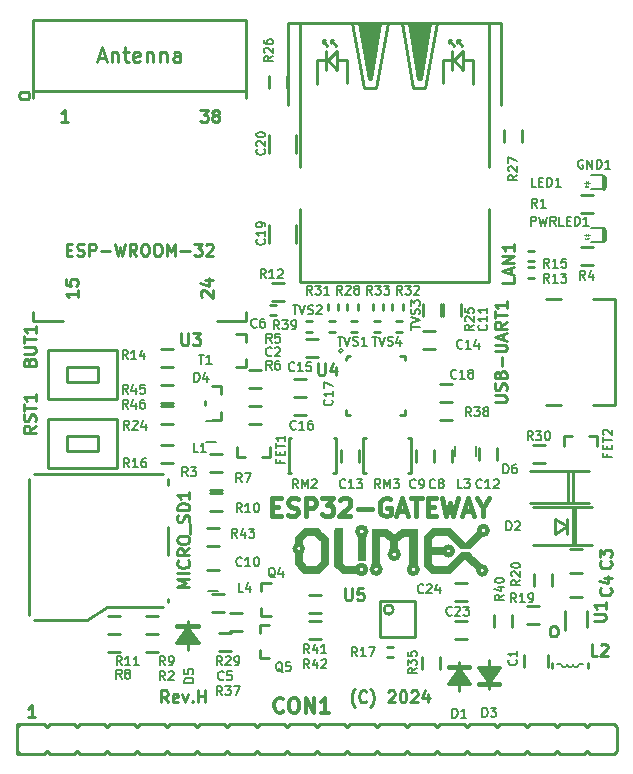
<source format=gbr>
%TF.GenerationSoftware,KiCad,Pcbnew,5.1.0-rc2-unknown-036be7d~80~ubuntu16.04.1*%
%TF.CreationDate,2024-05-15T09:47:00+03:00*%
%TF.ProjectId,ESP32-GATEWAY_Rev_H,45535033-322d-4474-9154-455741595f52,H*%
%TF.SameCoordinates,PX425f360PY7b4bf70*%
%TF.FileFunction,Legend,Top*%
%TF.FilePolarity,Positive*%
%FSLAX46Y46*%
G04 Gerber Fmt 4.6, Leading zero omitted, Abs format (unit mm)*
G04 Created by KiCad (PCBNEW 5.1.0-rc2-unknown-036be7d~80~ubuntu16.04.1) date 2024-05-15 09:47:00*
%MOMM*%
%LPD*%
G04 APERTURE LIST*
%ADD10C,0.381000*%
%ADD11C,0.254000*%
%ADD12C,0.200000*%
%ADD13C,0.400000*%
%ADD14C,0.700000*%
%ADD15C,0.500000*%
%ADD16C,0.100000*%
%ADD17C,0.127000*%
%ADD18C,0.050000*%
%ADD19C,0.190500*%
%ADD20C,0.317500*%
G04 APERTURE END LIST*
D10*
X21662571Y20936858D02*
X22170571Y20936858D01*
X22388285Y20138572D02*
X21662571Y20138572D01*
X21662571Y21662572D01*
X22388285Y21662572D01*
X22968857Y20211143D02*
X23186571Y20138572D01*
X23549428Y20138572D01*
X23694571Y20211143D01*
X23767142Y20283715D01*
X23839714Y20428858D01*
X23839714Y20574000D01*
X23767142Y20719143D01*
X23694571Y20791715D01*
X23549428Y20864286D01*
X23259142Y20936858D01*
X23114000Y21009429D01*
X23041428Y21082000D01*
X22968857Y21227143D01*
X22968857Y21372286D01*
X23041428Y21517429D01*
X23114000Y21590000D01*
X23259142Y21662572D01*
X23622000Y21662572D01*
X23839714Y21590000D01*
X24492857Y20138572D02*
X24492857Y21662572D01*
X25073428Y21662572D01*
X25218571Y21590000D01*
X25291142Y21517429D01*
X25363714Y21372286D01*
X25363714Y21154572D01*
X25291142Y21009429D01*
X25218571Y20936858D01*
X25073428Y20864286D01*
X24492857Y20864286D01*
X25871714Y21662572D02*
X26815142Y21662572D01*
X26307142Y21082000D01*
X26524857Y21082000D01*
X26670000Y21009429D01*
X26742571Y20936858D01*
X26815142Y20791715D01*
X26815142Y20428858D01*
X26742571Y20283715D01*
X26670000Y20211143D01*
X26524857Y20138572D01*
X26089428Y20138572D01*
X25944285Y20211143D01*
X25871714Y20283715D01*
X27395714Y21517429D02*
X27468285Y21590000D01*
X27613428Y21662572D01*
X27976285Y21662572D01*
X28121428Y21590000D01*
X28194000Y21517429D01*
X28266571Y21372286D01*
X28266571Y21227143D01*
X28194000Y21009429D01*
X27323142Y20138572D01*
X28266571Y20138572D01*
X28919714Y20719143D02*
X30080857Y20719143D01*
X31604857Y21590000D02*
X31459714Y21662572D01*
X31242000Y21662572D01*
X31024285Y21590000D01*
X30879142Y21444858D01*
X30806571Y21299715D01*
X30734000Y21009429D01*
X30734000Y20791715D01*
X30806571Y20501429D01*
X30879142Y20356286D01*
X31024285Y20211143D01*
X31242000Y20138572D01*
X31387142Y20138572D01*
X31604857Y20211143D01*
X31677428Y20283715D01*
X31677428Y20791715D01*
X31387142Y20791715D01*
X32258000Y20574000D02*
X32983714Y20574000D01*
X32112857Y20138572D02*
X32620857Y21662572D01*
X33128857Y20138572D01*
X33419142Y21662572D02*
X34290000Y21662572D01*
X33854571Y20138572D02*
X33854571Y21662572D01*
X34798000Y20936858D02*
X35306000Y20936858D01*
X35523714Y20138572D02*
X34798000Y20138572D01*
X34798000Y21662572D01*
X35523714Y21662572D01*
X36031714Y21662572D02*
X36394571Y20138572D01*
X36684857Y21227143D01*
X36975142Y20138572D01*
X37338000Y21662572D01*
X37846000Y20574000D02*
X38571714Y20574000D01*
X37700857Y20138572D02*
X38208857Y21662572D01*
X38716857Y20138572D01*
X39515142Y20864286D02*
X39515142Y20138572D01*
X39007142Y21662572D02*
X39515142Y20864286D01*
X40023142Y21662572D01*
D11*
X1560285Y3096381D02*
X979714Y3096381D01*
X1270000Y3096381D02*
X1270000Y4112381D01*
X1173238Y3967239D01*
X1076476Y3870477D01*
X979714Y3822096D01*
X12814904Y4366381D02*
X12476238Y4850191D01*
X12234333Y4366381D02*
X12234333Y5382381D01*
X12621380Y5382381D01*
X12718142Y5334000D01*
X12766523Y5285620D01*
X12814904Y5188858D01*
X12814904Y5043715D01*
X12766523Y4946953D01*
X12718142Y4898572D01*
X12621380Y4850191D01*
X12234333Y4850191D01*
X13637380Y4414762D02*
X13540619Y4366381D01*
X13347095Y4366381D01*
X13250333Y4414762D01*
X13201952Y4511524D01*
X13201952Y4898572D01*
X13250333Y4995334D01*
X13347095Y5043715D01*
X13540619Y5043715D01*
X13637380Y4995334D01*
X13685761Y4898572D01*
X13685761Y4801810D01*
X13201952Y4705048D01*
X14024428Y5043715D02*
X14266333Y4366381D01*
X14508238Y5043715D01*
X14895285Y4463143D02*
X14943666Y4414762D01*
X14895285Y4366381D01*
X14846904Y4414762D01*
X14895285Y4463143D01*
X14895285Y4366381D01*
X15379095Y4366381D02*
X15379095Y5382381D01*
X15379095Y4898572D02*
X15959666Y4898572D01*
X15959666Y4366381D02*
X15959666Y5382381D01*
X28647571Y3979334D02*
X28599190Y4027715D01*
X28502428Y4172858D01*
X28454047Y4269620D01*
X28405666Y4414762D01*
X28357285Y4656667D01*
X28357285Y4850191D01*
X28405666Y5092096D01*
X28454047Y5237239D01*
X28502428Y5334000D01*
X28599190Y5479143D01*
X28647571Y5527524D01*
X29615190Y4463143D02*
X29566809Y4414762D01*
X29421666Y4366381D01*
X29324904Y4366381D01*
X29179761Y4414762D01*
X29083000Y4511524D01*
X29034619Y4608286D01*
X28986238Y4801810D01*
X28986238Y4946953D01*
X29034619Y5140477D01*
X29083000Y5237239D01*
X29179761Y5334000D01*
X29324904Y5382381D01*
X29421666Y5382381D01*
X29566809Y5334000D01*
X29615190Y5285620D01*
X29953857Y3979334D02*
X30002238Y4027715D01*
X30099000Y4172858D01*
X30147380Y4269620D01*
X30195761Y4414762D01*
X30244142Y4656667D01*
X30244142Y4850191D01*
X30195761Y5092096D01*
X30147380Y5237239D01*
X30099000Y5334000D01*
X30002238Y5479143D01*
X29953857Y5527524D01*
X31453666Y5285620D02*
X31502047Y5334000D01*
X31598809Y5382381D01*
X31840714Y5382381D01*
X31937476Y5334000D01*
X31985857Y5285620D01*
X32034238Y5188858D01*
X32034238Y5092096D01*
X31985857Y4946953D01*
X31405285Y4366381D01*
X32034238Y4366381D01*
X32663190Y5382381D02*
X32759952Y5382381D01*
X32856714Y5334000D01*
X32905095Y5285620D01*
X32953476Y5188858D01*
X33001857Y4995334D01*
X33001857Y4753429D01*
X32953476Y4559905D01*
X32905095Y4463143D01*
X32856714Y4414762D01*
X32759952Y4366381D01*
X32663190Y4366381D01*
X32566428Y4414762D01*
X32518047Y4463143D01*
X32469666Y4559905D01*
X32421285Y4753429D01*
X32421285Y4995334D01*
X32469666Y5188858D01*
X32518047Y5285620D01*
X32566428Y5334000D01*
X32663190Y5382381D01*
X33388904Y5285620D02*
X33437285Y5334000D01*
X33534047Y5382381D01*
X33775952Y5382381D01*
X33872714Y5334000D01*
X33921095Y5285620D01*
X33969476Y5188858D01*
X33969476Y5092096D01*
X33921095Y4946953D01*
X33340523Y4366381D01*
X33969476Y4366381D01*
X34840333Y5043715D02*
X34840333Y4366381D01*
X34598428Y5430762D02*
X34356523Y4705048D01*
X34985476Y4705048D01*
D12*
X27630873Y34140140D02*
G75*
G03X27630873Y34140140I-176013J0D01*
G01*
D11*
X28254960Y33741360D02*
X28028900Y33741360D01*
X32852360Y33741360D02*
X32451040Y33741360D01*
X32852360Y33340040D02*
X32852360Y33741360D01*
X32852360Y28742640D02*
X32852360Y29143960D01*
X32451040Y28742640D02*
X32852360Y28742640D01*
X27853640Y28742640D02*
X28254960Y28742640D01*
X27853640Y29143960D02*
X27853640Y28742640D01*
X27853640Y33566100D02*
X27853640Y33340040D01*
X28028900Y33741360D02*
X27853640Y33566100D01*
X44805000Y29566000D02*
X46105000Y29566000D01*
X44805000Y38506000D02*
X46105000Y38506000D01*
X50673000Y29566000D02*
X50673000Y38506000D01*
X50673000Y38506000D02*
X48805000Y38506000D01*
X48805000Y29566000D02*
X50673000Y29566000D01*
X40132000Y6477000D02*
X39751000Y6477000D01*
X40259000Y6604000D02*
X39624000Y6604000D01*
X40386000Y6731000D02*
X39624000Y6731000D01*
X40386000Y6858000D02*
X39497000Y6858000D01*
X39497000Y6985000D02*
X40640000Y6985000D01*
X40640000Y7112000D02*
X39370000Y7112000D01*
X39243000Y7239000D02*
X40767000Y7239000D01*
X40944800Y6019800D02*
X40944800Y5842000D01*
X39039800Y6019800D02*
X39039800Y5842000D01*
X40944800Y5842000D02*
X39039800Y5842000D01*
X40944800Y7391400D02*
X39039800Y7391400D01*
X40944800Y6019800D02*
X39039800Y6019800D01*
X40030400Y6019800D02*
X39039800Y7391400D01*
X40944800Y7391400D02*
X40030400Y6019800D01*
X39992300Y7975600D02*
X39992300Y5499100D01*
X44196000Y11049000D02*
X43180000Y11049000D01*
X44196000Y12573000D02*
X43180000Y12573000D01*
X35814000Y8255000D02*
X35814000Y7239000D01*
X34290000Y8255000D02*
X34290000Y7239000D01*
X33758000Y12930000D02*
X30758000Y12930000D01*
X33758000Y9930000D02*
X33758000Y12930000D01*
X30758000Y9930000D02*
X33758000Y9930000D01*
X31898512Y12230000D02*
G75*
G03X31898512Y12230000I-390512J0D01*
G01*
X30758000Y9930000D02*
X30758000Y12930000D01*
X17564000Y36653000D02*
X16964000Y36653000D01*
X3264000Y36653000D02*
X3914000Y36653000D01*
X1414000Y62153000D02*
X1414000Y55533000D01*
X19414000Y36653000D02*
X19414000Y37403000D01*
X19414000Y36653000D02*
X16964000Y36653000D01*
X1414000Y36653000D02*
X3914000Y36653000D01*
X1414000Y36653000D02*
X1414000Y37403000D01*
X19414000Y62153000D02*
X19414000Y55533000D01*
X1414000Y56153000D02*
X19414000Y56153000D01*
X1414000Y62153000D02*
X19414000Y62153000D01*
X17526000Y12065000D02*
X16510000Y12065000D01*
X17526000Y13589000D02*
X16510000Y13589000D01*
X7688580Y12433300D02*
X5981700Y11341100D01*
X1013460Y23258780D02*
X1013460Y11772900D01*
X1442720Y23700740D02*
X12379960Y23700740D01*
X1442720Y11341100D02*
X5961380Y11341100D01*
X12809220Y13162280D02*
X12809220Y12862560D01*
X12809220Y19260820D02*
X12809220Y16812260D01*
X12809220Y23268940D02*
X12809220Y22799040D01*
X12379960Y12433300D02*
X7688580Y12433300D01*
D13*
X24226147Y17399000D02*
G75*
G03X24226147Y17399000I-337447J0D01*
G01*
D14*
X23876000Y18173700D02*
X24384000Y18681700D01*
X25476200Y18757900D02*
X26111200Y18148300D01*
X26085800Y16192500D02*
X25527000Y15608300D01*
X27711400Y15595600D02*
X27254200Y16052800D01*
X28697200Y15595600D02*
X27711400Y15595600D01*
D13*
X29576324Y15621000D02*
G75*
G03X29576324Y15621000I-366324J0D01*
G01*
D14*
X29210000Y18313400D02*
X29210000Y16713200D01*
D13*
X29596218Y18846800D02*
G75*
G03X29596218Y18846800I-373518J0D01*
G01*
X30801559Y15646400D02*
G75*
G03X30801559Y15646400I-359659J0D01*
G01*
D14*
X30429200Y16154400D02*
X30429200Y18745200D01*
X30429200Y18745200D02*
X31267400Y18745200D01*
X31267400Y18745200D02*
X31877000Y18237200D01*
X31978600Y17449800D02*
X31978600Y18161000D01*
X32054800Y18237200D02*
X32689800Y18745200D01*
D13*
X32349518Y16916400D02*
G75*
G03X32349518Y16916400I-370918J0D01*
G01*
D14*
X32689800Y18745200D02*
X33578800Y18745200D01*
D13*
X33954729Y15633700D02*
G75*
G03X33954729Y15633700I-363229J0D01*
G01*
X39750266Y15544800D02*
G75*
G03X39750266Y15544800I-329466J0D01*
G01*
D14*
X39090600Y15900400D02*
X38252400Y16713200D01*
D15*
X37744400Y16814800D02*
X38277800Y16814800D01*
D14*
X36601400Y15595600D02*
X37744400Y16713200D01*
X35280600Y15595600D02*
X36601400Y15595600D01*
X34848800Y16027400D02*
X35280600Y15595600D01*
X34848800Y18262600D02*
X34848800Y16027400D01*
X34848800Y18288000D02*
X35331400Y18796000D01*
X35379500Y18770600D02*
X36601400Y18770600D01*
X36601400Y18770600D02*
X37693600Y17703800D01*
D15*
X37719000Y17589500D02*
X38277800Y17589500D01*
D14*
X39141400Y18580100D02*
X38277800Y17686400D01*
D13*
X39869135Y18935700D02*
G75*
G03X39869135Y18935700I-359435J0D01*
G01*
D14*
X36068000Y17195800D02*
X34848800Y17195800D01*
D13*
X36935659Y17195800D02*
G75*
G03X36935659Y17195800I-359659J0D01*
G01*
D14*
X24447500Y15582900D02*
X25488900Y15582900D01*
X23888700Y16141700D02*
X23888700Y16903700D01*
X23876000Y16154400D02*
X24460200Y15582900D01*
X23876000Y18122900D02*
X23876000Y17881600D01*
X26098500Y18161000D02*
X26098500Y16230600D01*
X25476200Y18770600D02*
X24472900Y18770600D01*
X33591500Y18757900D02*
X33591500Y16154400D01*
X27254200Y16040100D02*
X27254200Y18770600D01*
D16*
X27254200Y19113500D02*
X26974800Y19113500D01*
X26949400Y19113500D02*
X26949400Y15963900D01*
X26962100Y19113500D02*
X26949400Y19113500D01*
X26974800Y19113500D02*
X26962100Y19113500D01*
X27089100Y19024600D02*
X27025600Y19037300D01*
X27571700Y19113500D02*
X27571700Y16078200D01*
X27266900Y19113500D02*
X27571700Y19113500D01*
X27393900Y19037300D02*
X27508200Y19037300D01*
X28892500Y18427700D02*
X28892500Y16408400D01*
X29527500Y16408400D02*
X29527500Y18427700D01*
X29502100Y16408400D02*
X29527500Y16408400D01*
X28892500Y16408400D02*
X29502100Y16408400D01*
X29032200Y16471900D02*
X28968700Y16471900D01*
X29375100Y16471900D02*
X29464000Y16471900D01*
X30111700Y16065500D02*
X30111700Y19050000D01*
X31356300Y19062700D02*
X31940500Y18580100D01*
X30111700Y19062700D02*
X31356300Y19062700D01*
X30264100Y18999200D02*
X30187900Y18999200D01*
X33921700Y16040100D02*
X33921700Y19050000D01*
X32600900Y19062700D02*
X31978600Y18567400D01*
X32626300Y19062700D02*
X32600900Y19062700D01*
X33921700Y19062700D02*
X32626300Y19062700D01*
X33921700Y19050000D02*
X33921700Y19062700D01*
X33769300Y18986500D02*
X33870900Y18986500D01*
X36715700Y19100800D02*
X37973000Y17856200D01*
X36664900Y19100800D02*
X36715700Y19100800D01*
X35293300Y19100800D02*
X36664900Y19100800D01*
D11*
X20701000Y30988000D02*
X19685000Y30988000D01*
X20701000Y32512000D02*
X19685000Y32512000D01*
D17*
X16078200Y28194000D02*
X16916400Y28194000D01*
X16078200Y26416000D02*
X16916400Y26416000D01*
D11*
X19684999Y30988000D02*
X20700999Y30988000D01*
X19684999Y29464000D02*
X20700999Y29464000D01*
X19431000Y32740600D02*
X19431000Y33451800D01*
X18592800Y32740600D02*
X19431000Y32740600D01*
X18592800Y35585400D02*
X19431000Y35585400D01*
X19431000Y34874200D02*
X19431000Y35585400D01*
X19684999Y29464000D02*
X20700999Y29464000D01*
X19684999Y27940000D02*
X20700999Y27940000D01*
X18643600Y25146000D02*
X19354800Y25146000D01*
X18643600Y25984200D02*
X18643600Y25146000D01*
X21488400Y25984200D02*
X21488400Y25146000D01*
X20777200Y25146000D02*
X21488400Y25146000D01*
D13*
X47178000Y17829000D02*
X47178000Y20829000D01*
D11*
X48727360Y17701260D02*
X43728640Y17701260D01*
X43728640Y20906740D02*
X48727360Y20906740D01*
X45593000Y19939000D02*
X45593000Y18669000D01*
X45593000Y18669000D02*
X46609000Y19304000D01*
X45593000Y19939000D02*
X46609000Y19304000D01*
X46609000Y19939000D02*
X46609000Y18669000D01*
X17399000Y23876000D02*
X16383000Y23876000D01*
X17399000Y25400000D02*
X16383000Y25400000D01*
X11938000Y8636000D02*
X10922000Y8636000D01*
X11938000Y10160000D02*
X10922000Y10160000D01*
X47752000Y47371000D02*
X48768000Y47371000D01*
X47752000Y45847000D02*
X48768000Y45847000D01*
D17*
X49657000Y47802800D02*
X48641000Y47802800D01*
X48641000Y49022000D02*
X49657000Y49022000D01*
D16*
X48000000Y48387000D02*
X48520000Y48387000D01*
X48170000Y48497000D02*
X48170000Y48277000D01*
X48170000Y48497000D02*
X48280000Y48397000D01*
X48170000Y48277000D02*
X48270000Y48377000D01*
X48360000Y48497000D02*
X48360000Y48277000D01*
D18*
X48437800Y48141400D02*
X48307800Y48031400D01*
X48306200Y48032400D02*
X48386200Y48042400D01*
X48306200Y48032400D02*
X48306200Y48112400D01*
X48090800Y48032400D02*
X48090800Y48112400D01*
X48090800Y48032400D02*
X48170800Y48042400D01*
X48230800Y48162400D02*
X48100800Y48052400D01*
D11*
X49669700Y48958500D02*
X49822100Y48831500D01*
X49669700Y47866300D02*
X49809400Y47993300D01*
X49822100Y48831500D02*
X49822100Y48006000D01*
X49657000Y47904400D02*
X49657000Y48945800D01*
X0Y2540000D02*
X0Y0D01*
X5080000Y254000D02*
X5334000Y0D01*
X4826000Y0D02*
X5080000Y254000D01*
X2286000Y0D02*
X508000Y0D01*
X2540000Y254000D02*
X2286000Y0D01*
X2794000Y0D02*
X2540000Y254000D01*
X4826000Y0D02*
X2794000Y0D01*
X508000Y0D02*
X0Y0D01*
X254000Y0D02*
X0Y254000D01*
X0Y2286000D02*
X254000Y2540000D01*
X7366000Y0D02*
X5334000Y0D01*
X7620000Y254000D02*
X7366000Y0D01*
X10414000Y0D02*
X10160000Y254000D01*
X9906000Y0D02*
X7874000Y0D01*
X10160000Y254000D02*
X9906000Y0D01*
X9906000Y2540000D02*
X10160000Y2286000D01*
X7874000Y2540000D02*
X9906000Y2540000D01*
X7620000Y2286000D02*
X7874000Y2540000D01*
X7366000Y2540000D02*
X7620000Y2286000D01*
X5334000Y2540000D02*
X7366000Y2540000D01*
X5080000Y2286000D02*
X5334000Y2540000D01*
X4826000Y2540000D02*
X5080000Y2286000D01*
X2794000Y2540000D02*
X4826000Y2540000D01*
X2540000Y2286000D02*
X2794000Y2540000D01*
X2286000Y2540000D02*
X2540000Y2286000D01*
X254000Y2540000D02*
X2286000Y2540000D01*
X0Y2540000D02*
X254000Y2540000D01*
X10160000Y2286000D02*
X10414000Y2540000D01*
X10414000Y2540000D02*
X12446000Y2540000D01*
X14986000Y2540000D02*
X15240000Y2286000D01*
X12446000Y0D02*
X10414000Y0D01*
X7874000Y0D02*
X7620000Y254000D01*
X15240000Y254000D02*
X14986000Y0D01*
X12954000Y2540000D02*
X14986000Y2540000D01*
X12700000Y2286000D02*
X12954000Y2540000D01*
X14986000Y0D02*
X12954000Y0D01*
X12700000Y254000D02*
X12446000Y0D01*
X12954000Y0D02*
X12700000Y254000D01*
X12446000Y2540000D02*
X12700000Y2286000D01*
X14986000Y2540000D02*
X15240000Y2286000D01*
X15240000Y254000D02*
X14986000Y0D01*
X14986000Y0D02*
X12954000Y0D01*
X12954000Y2540000D02*
X14986000Y2540000D01*
X12700000Y2286000D02*
X12954000Y2540000D01*
X12954000Y0D02*
X12700000Y254000D01*
X18034000Y0D02*
X17780000Y254000D01*
X17780000Y2286000D02*
X18034000Y2540000D01*
X18034000Y2540000D02*
X20066000Y2540000D01*
X20066000Y0D02*
X18034000Y0D01*
X20320000Y254000D02*
X20066000Y0D01*
X20066000Y2540000D02*
X20320000Y2286000D01*
X17526000Y2540000D02*
X17780000Y2286000D01*
X18034000Y0D02*
X17780000Y254000D01*
X17780000Y254000D02*
X17526000Y0D01*
X20066000Y0D02*
X18034000Y0D01*
X17780000Y2286000D02*
X18034000Y2540000D01*
X18034000Y2540000D02*
X20066000Y2540000D01*
X20320000Y254000D02*
X20066000Y0D01*
X17526000Y0D02*
X15494000Y0D01*
X20066000Y2540000D02*
X20320000Y2286000D01*
X15494000Y2540000D02*
X17526000Y2540000D01*
X15240000Y2286000D02*
X15494000Y2540000D01*
X15494000Y0D02*
X15240000Y254000D01*
X20574000Y0D02*
X20320000Y254000D01*
X20320000Y2286000D02*
X20574000Y2540000D01*
X20574000Y2540000D02*
X22606000Y2540000D01*
X25146000Y2540000D02*
X25400000Y2286000D01*
X22606000Y0D02*
X20574000Y0D01*
X25400000Y254000D02*
X25146000Y0D01*
X23114000Y2540000D02*
X25146000Y2540000D01*
X22860000Y2286000D02*
X23114000Y2540000D01*
X25146000Y0D02*
X23114000Y0D01*
X22860000Y254000D02*
X22606000Y0D01*
X23114000Y0D02*
X22860000Y254000D01*
X22606000Y2540000D02*
X22860000Y2286000D01*
X25146000Y2540000D02*
X25400000Y2286000D01*
X25400000Y254000D02*
X25146000Y0D01*
X25146000Y0D02*
X23114000Y0D01*
X23114000Y2540000D02*
X25146000Y2540000D01*
X22860000Y2286000D02*
X23114000Y2540000D01*
X23114000Y0D02*
X22860000Y254000D01*
X28194000Y0D02*
X27940000Y254000D01*
X27940000Y2286000D02*
X28194000Y2540000D01*
X28194000Y2540000D02*
X30226000Y2540000D01*
X30226000Y0D02*
X28194000Y0D01*
X30480000Y254000D02*
X30226000Y0D01*
X30226000Y2540000D02*
X30480000Y2286000D01*
X27686000Y2540000D02*
X27940000Y2286000D01*
X28194000Y0D02*
X27940000Y254000D01*
X27940000Y254000D02*
X27686000Y0D01*
X30226000Y0D02*
X28194000Y0D01*
X27940000Y2286000D02*
X28194000Y2540000D01*
X28194000Y2540000D02*
X30226000Y2540000D01*
X30480000Y254000D02*
X30226000Y0D01*
X27686000Y0D02*
X25654000Y0D01*
X30226000Y2540000D02*
X30480000Y2286000D01*
X25654000Y2540000D02*
X27686000Y2540000D01*
X25400000Y2286000D02*
X25654000Y2540000D01*
X25654000Y0D02*
X25400000Y254000D01*
X30734000Y0D02*
X30480000Y254000D01*
X30480000Y2286000D02*
X30734000Y2540000D01*
X30734000Y2540000D02*
X32766000Y2540000D01*
X35306000Y2540000D02*
X35560000Y2286000D01*
X32766000Y0D02*
X30734000Y0D01*
X35560000Y254000D02*
X35306000Y0D01*
X33274000Y2540000D02*
X35306000Y2540000D01*
X33020000Y2286000D02*
X33274000Y2540000D01*
X35306000Y0D02*
X33274000Y0D01*
X33020000Y254000D02*
X32766000Y0D01*
X33274000Y0D02*
X33020000Y254000D01*
X32766000Y2540000D02*
X33020000Y2286000D01*
X35306000Y2540000D02*
X35560000Y2286000D01*
X35560000Y254000D02*
X35306000Y0D01*
X35306000Y0D02*
X33274000Y0D01*
X33274000Y2540000D02*
X35306000Y2540000D01*
X33020000Y2286000D02*
X33274000Y2540000D01*
X33274000Y0D02*
X33020000Y254000D01*
X38354000Y0D02*
X38100000Y254000D01*
X38100000Y2286000D02*
X38354000Y2540000D01*
X38354000Y2540000D02*
X40386000Y2540000D01*
X40386000Y0D02*
X38354000Y0D01*
X40640000Y254000D02*
X40386000Y0D01*
X40386000Y2540000D02*
X40640000Y2286000D01*
X37846000Y2540000D02*
X38100000Y2286000D01*
X38354000Y0D02*
X38100000Y254000D01*
X38100000Y254000D02*
X37846000Y0D01*
X40386000Y0D02*
X38354000Y0D01*
X38100000Y2286000D02*
X38354000Y2540000D01*
X38354000Y2540000D02*
X40386000Y2540000D01*
X40640000Y254000D02*
X40386000Y0D01*
X37846000Y0D02*
X35814000Y0D01*
X40386000Y2540000D02*
X40640000Y2286000D01*
X35814000Y2540000D02*
X37846000Y2540000D01*
X35560000Y2286000D02*
X35814000Y2540000D01*
X35814000Y0D02*
X35560000Y254000D01*
X45974000Y0D02*
X45720000Y254000D01*
X45720000Y2286000D02*
X45974000Y2540000D01*
X45974000Y2540000D02*
X48006000Y2540000D01*
X50546000Y2540000D02*
X50800000Y2286000D01*
X48006000Y0D02*
X45974000Y0D01*
X50800000Y254000D02*
X50546000Y0D01*
X50800000Y2286000D02*
X50800000Y254000D01*
X48514000Y2540000D02*
X50546000Y2540000D01*
X48260000Y2286000D02*
X48514000Y2540000D01*
X50546000Y0D02*
X48514000Y0D01*
X48260000Y254000D02*
X48006000Y0D01*
X48514000Y0D02*
X48260000Y254000D01*
X48006000Y2540000D02*
X48260000Y2286000D01*
X50546000Y2540000D02*
X50800000Y2286000D01*
X50800000Y254000D02*
X50546000Y0D01*
X50546000Y0D02*
X48514000Y0D01*
X48514000Y2540000D02*
X50546000Y2540000D01*
X48260000Y2286000D02*
X48514000Y2540000D01*
X48514000Y0D02*
X48260000Y254000D01*
X43434000Y0D02*
X43180000Y254000D01*
X43180000Y2286000D02*
X43434000Y2540000D01*
X43434000Y2540000D02*
X45466000Y2540000D01*
X45466000Y0D02*
X43434000Y0D01*
X45720000Y254000D02*
X45466000Y0D01*
X45466000Y2540000D02*
X45720000Y2286000D01*
X42926000Y2540000D02*
X43180000Y2286000D01*
X43434000Y0D02*
X43180000Y254000D01*
X43180000Y254000D02*
X42926000Y0D01*
X45466000Y0D02*
X43434000Y0D01*
X43180000Y2286000D02*
X43434000Y2540000D01*
X43434000Y2540000D02*
X45466000Y2540000D01*
X45720000Y254000D02*
X45466000Y0D01*
X42926000Y0D02*
X40894000Y0D01*
X45466000Y2540000D02*
X45720000Y2286000D01*
X40894000Y2540000D02*
X42926000Y2540000D01*
X40640000Y2286000D02*
X40894000Y2540000D01*
X40894000Y0D02*
X40640000Y254000D01*
X18161000Y8763000D02*
X17145000Y8763000D01*
X18161000Y10287000D02*
X17145000Y10287000D01*
X47879000Y13335000D02*
X46863000Y13335000D01*
X47879000Y15367000D02*
X46863000Y15367000D01*
X47879000Y15367000D02*
X46863000Y15367000D01*
X47879000Y17399000D02*
X46863000Y17399000D01*
X43815000Y14224000D02*
X43815000Y15240000D01*
X45339000Y14224000D02*
X45339000Y15240000D01*
X48768000Y41402000D02*
X47752000Y41402000D01*
X48768000Y42926000D02*
X47752000Y42926000D01*
X12192000Y31242000D02*
X13208000Y31242000D01*
X12192000Y29718000D02*
X13208000Y29718000D01*
X13208000Y31242000D02*
X12192000Y31242000D01*
X13208000Y32766000D02*
X12192000Y32766000D01*
X25781000Y9779000D02*
X24765000Y9779000D01*
X25781000Y11303000D02*
X24765000Y11303000D01*
X44704000Y24638000D02*
X43688000Y24638000D01*
X44704000Y26162000D02*
X43688000Y26162000D01*
X46664000Y21256000D02*
X46664000Y23956000D01*
X43474000Y21256000D02*
X48474000Y21256000D01*
X47104000Y21256000D02*
X47104000Y23956000D01*
X48474000Y23956000D02*
X43474000Y23956000D01*
X37084000Y14478000D02*
X38100000Y14478000D01*
X37084000Y12954000D02*
X38100000Y12954000D01*
X37084000Y11303000D02*
X38100000Y11303000D01*
X37084000Y9779000D02*
X38100000Y9779000D01*
X21336000Y52451000D02*
X21336000Y50927000D01*
X23622000Y52451000D02*
X23622000Y50927000D01*
X23622000Y43307000D02*
X23622000Y44831000D01*
X21336000Y43307000D02*
X21336000Y44831000D01*
X17145000Y17653000D02*
X16129000Y17653000D01*
X17145000Y19177000D02*
X16129000Y19177000D01*
X25781000Y11938000D02*
X24765000Y11938000D01*
X25781000Y13462000D02*
X24765000Y13462000D01*
X41910000Y11811000D02*
X41910000Y10795000D01*
X40386000Y11811000D02*
X40386000Y10795000D01*
X35814000Y29845000D02*
X36830000Y29845000D01*
X35814000Y28321000D02*
X36830000Y28321000D01*
X42799000Y52832000D02*
X42799000Y51816000D01*
X41275000Y52832000D02*
X41275000Y51816000D01*
X21336000Y56388000D02*
X21336000Y57404000D01*
X22860000Y56388000D02*
X22860000Y57404000D01*
X13208000Y27940000D02*
X12192000Y27940000D01*
X13208000Y29464000D02*
X12192000Y29464000D01*
X13208000Y24638000D02*
X12192000Y24638000D01*
X13208000Y26162000D02*
X12192000Y26162000D01*
X12192000Y34290000D02*
X13208000Y34290000D01*
X12192000Y32766000D02*
X13208000Y32766000D01*
D17*
X49657000Y43357800D02*
X48641000Y43357800D01*
X48641000Y44577000D02*
X49657000Y44577000D01*
D16*
X48000000Y43942000D02*
X48520000Y43942000D01*
X48170000Y44052000D02*
X48170000Y43832000D01*
X48170000Y44052000D02*
X48280000Y43952000D01*
X48170000Y43832000D02*
X48270000Y43932000D01*
X48360000Y44052000D02*
X48360000Y43832000D01*
D18*
X48437800Y43696400D02*
X48307800Y43586400D01*
X48306200Y43587400D02*
X48386200Y43597400D01*
X48306200Y43587400D02*
X48306200Y43667400D01*
X48090800Y43587400D02*
X48090800Y43667400D01*
X48090800Y43587400D02*
X48170800Y43597400D01*
X48230800Y43717400D02*
X48100800Y43607400D01*
D11*
X49669700Y44513500D02*
X49822100Y44386500D01*
X49669700Y43421300D02*
X49809400Y43548300D01*
X49822100Y44386500D02*
X49822100Y43561000D01*
X49657000Y43459400D02*
X49657000Y44500800D01*
X36830000Y29845000D02*
X35814000Y29845000D01*
X36830000Y31369000D02*
X35814000Y31369000D01*
X24511000Y30226000D02*
X23495000Y30226000D01*
X24511000Y31750000D02*
X23495000Y31750000D01*
X24511000Y28702000D02*
X23495000Y28702000D01*
X24511000Y30226000D02*
X23495000Y30226000D01*
X25527000Y33655000D02*
X24511000Y33655000D01*
X25527000Y35179000D02*
X24511000Y35179000D01*
X34417000Y35814000D02*
X35433000Y35814000D01*
X34417000Y34290000D02*
X35433000Y34290000D01*
X28956000Y25781000D02*
X28956000Y24765000D01*
X27432000Y25781000D02*
X27432000Y24765000D01*
X40640000Y25908000D02*
X40640000Y24892000D01*
X39116000Y25908000D02*
X39116000Y24892000D01*
X37592000Y38100000D02*
X37592000Y37084000D01*
X36068000Y38100000D02*
X36068000Y37084000D01*
X16129000Y17653000D02*
X17145000Y17653000D01*
X16129000Y15621000D02*
X17145000Y15621000D01*
X33782000Y24765000D02*
X33782000Y25781000D01*
X35306000Y24765000D02*
X35306000Y25781000D01*
X35306000Y24765000D02*
X35306000Y25781000D01*
X36830000Y24765000D02*
X36830000Y25781000D01*
X42926000Y7366000D02*
X42926000Y8382000D01*
X44958000Y7366000D02*
X44958000Y8382000D01*
D17*
X17068800Y13843000D02*
X16230600Y13843000D01*
X17068800Y15621000D02*
X16230600Y15621000D01*
D11*
X20574000Y10947400D02*
X20574000Y10236200D01*
X21412200Y10947400D02*
X20574000Y10947400D01*
X21412200Y8102600D02*
X20574000Y8102600D01*
X20574000Y8813800D02*
X20574000Y8102600D01*
X20701000Y14503400D02*
X20701000Y13792200D01*
X21539200Y14503400D02*
X20701000Y14503400D01*
X21539200Y11658600D02*
X20701000Y11658600D01*
X20701000Y12369800D02*
X20701000Y11658600D01*
X45363000Y7693000D02*
X45363000Y7293000D01*
X48363000Y7693000D02*
X48363000Y7293000D01*
D12*
X47113000Y7593000D02*
G75*
G02X46613000Y7593000I-250000J0D01*
G01*
X47613000Y7593000D02*
G75*
G02X47113000Y7593000I-250000J0D01*
G01*
X46613000Y7593000D02*
G75*
G02X46113000Y7593000I-250000J0D01*
G01*
X47613000Y7643000D02*
X47963000Y7643000D01*
X46113000Y7643000D02*
X45763000Y7643000D01*
D11*
X49174400Y26924000D02*
X48463200Y26924000D01*
X49174400Y26085800D02*
X49174400Y26924000D01*
X46329600Y26085800D02*
X46329600Y26924000D01*
X47040800Y26924000D02*
X46329600Y26924000D01*
D17*
X37084000Y25222200D02*
X37084000Y26060400D01*
X38862000Y25222200D02*
X38862000Y26060400D01*
D11*
X33362900Y23799800D02*
X33362900Y26746200D01*
X33350200Y23799800D02*
X33172400Y23799800D01*
X33375600Y26746200D02*
X33159700Y26746200D01*
X29552900Y23799800D02*
X29362400Y23799800D01*
X29362400Y23799800D02*
X29362400Y26746200D01*
X29362400Y26746200D02*
X29578300Y26746200D01*
X23025100Y26746200D02*
X23025100Y23799800D01*
X23037800Y26746200D02*
X23215600Y26746200D01*
X23012400Y23799800D02*
X23228300Y23799800D01*
X26835100Y26746200D02*
X27025600Y26746200D01*
X27025600Y26746200D02*
X27025600Y23799800D01*
X27025600Y23799800D02*
X26809700Y23799800D01*
X6888000Y26889000D02*
X6888000Y25689000D01*
X6888000Y25689000D02*
X4288000Y25689000D01*
X4288000Y26889000D02*
X4288000Y25689000D01*
X6888000Y26889000D02*
X4288000Y26889000D01*
X2688000Y24189000D02*
X8488000Y24189000D01*
X2688000Y28389000D02*
X2688000Y24189000D01*
X8488000Y28389000D02*
X2688000Y28389000D01*
X8488000Y24189000D02*
X8488000Y28389000D01*
X6888000Y32731000D02*
X6888000Y31531000D01*
X6888000Y31531000D02*
X4288000Y31531000D01*
X4288000Y32731000D02*
X4288000Y31531000D01*
X6888000Y32731000D02*
X4288000Y32731000D01*
X2688000Y30031000D02*
X8488000Y30031000D01*
X2688000Y34231000D02*
X2688000Y30031000D01*
X8488000Y34231000D02*
X2688000Y34231000D01*
X8488000Y30031000D02*
X8488000Y34231000D01*
X16383000Y22098000D02*
X17399000Y22098000D01*
X16383000Y20574000D02*
X17399000Y20574000D01*
X11938000Y10160000D02*
X10922000Y10160000D01*
X11938000Y11684000D02*
X10922000Y11684000D01*
X8763000Y10160000D02*
X7747000Y10160000D01*
X8763000Y11684000D02*
X7747000Y11684000D01*
X8763000Y8636000D02*
X7747000Y8636000D01*
X8763000Y10160000D02*
X7747000Y10160000D01*
X17399000Y22352000D02*
X16383000Y22352000D01*
X17399000Y23876000D02*
X16383000Y23876000D01*
X15976600Y29921200D02*
X15976600Y29514800D01*
X17297400Y28295600D02*
X16510000Y28295600D01*
X17297400Y28956000D02*
X17297400Y28295600D01*
X17297400Y31140400D02*
X17297400Y30480000D01*
X16510000Y31140400D02*
X17297400Y31140400D01*
X37338000Y6858000D02*
X37719000Y6858000D01*
X37211000Y6731000D02*
X37846000Y6731000D01*
X37084000Y6604000D02*
X37846000Y6604000D01*
X37084000Y6477000D02*
X37973000Y6477000D01*
X37973000Y6350000D02*
X36830000Y6350000D01*
X36830000Y6223000D02*
X38100000Y6223000D01*
X38227000Y6096000D02*
X36703000Y6096000D01*
X36525200Y7315200D02*
X36525200Y7493000D01*
X38430200Y7315200D02*
X38430200Y7493000D01*
X36525200Y7493000D02*
X38430200Y7493000D01*
X36525200Y5943600D02*
X38430200Y5943600D01*
X36525200Y7315200D02*
X38430200Y7315200D01*
X37439600Y7315200D02*
X38430200Y5943600D01*
X36525200Y5943600D02*
X37439600Y7315200D01*
X37477700Y5359400D02*
X37477700Y7835900D01*
X34417000Y37084000D02*
X34417000Y38100000D01*
X35941000Y37084000D02*
X35941000Y38100000D01*
X19050000Y10414000D02*
X18034000Y10414000D01*
X19050000Y11938000D02*
X18034000Y11938000D01*
X29004260Y61925200D02*
X30805120Y61925200D01*
X29804360Y57124600D02*
X29004260Y61925200D01*
X30005020Y57124600D02*
X29804360Y57124600D01*
X30805120Y61925200D02*
X30005020Y57124600D01*
X33202880Y61925200D02*
X35003740Y61925200D01*
X34002980Y57124600D02*
X33202880Y61925200D01*
X34203640Y57124600D02*
X34002980Y57124600D01*
X35003740Y61925200D02*
X34203640Y57124600D01*
X41004000Y61927000D02*
X41004000Y54927000D01*
X40004000Y61927000D02*
X41004000Y61927000D01*
X23004000Y61927000D02*
X23004000Y54927000D01*
X24004000Y61927000D02*
X23004000Y61927000D01*
X29405580Y56426100D02*
X28404820Y61925200D01*
X30406340Y56426100D02*
X29405580Y56426100D01*
X31404560Y61925200D02*
X30406340Y56426100D01*
X33601660Y56426100D02*
X32603440Y61925200D01*
X34602420Y56426100D02*
X33601660Y56426100D01*
X35603180Y61925200D02*
X34602420Y56426100D01*
X25905460Y60426600D02*
X25905460Y60225940D01*
X25905460Y60426600D02*
X26106120Y60426600D01*
X26304240Y59926220D02*
X25905460Y60426600D01*
X26606500Y60426600D02*
X26606500Y60225940D01*
X26606500Y60426600D02*
X26804620Y60426600D01*
X27005280Y59926220D02*
X26606500Y60426600D01*
X27937460Y58724800D02*
X27937460Y56786780D01*
X27236420Y58724800D02*
X27937460Y58724800D01*
X26238200Y59524900D02*
X26238200Y57924700D01*
X26337260Y58724800D02*
X27137360Y57924700D01*
X27137360Y59524900D02*
X26337260Y58724800D01*
X27137360Y59524900D02*
X27137360Y57924700D01*
X25438100Y58724800D02*
X26136600Y58724800D01*
X25438100Y56697880D02*
X25438100Y58724800D01*
X36603940Y60426600D02*
X36603940Y60225940D01*
X36603940Y60426600D02*
X36802060Y60426600D01*
X37002720Y59926220D02*
X36603940Y60426600D01*
X37302440Y60426600D02*
X37302440Y60225940D01*
X37302440Y60426600D02*
X37503100Y60426600D01*
X37703760Y59926220D02*
X37302440Y60426600D01*
X36104000Y58727000D02*
X36104000Y56827000D01*
X36802060Y58724800D02*
X36103560Y58724800D01*
X36903660Y57924700D02*
X36903660Y59524900D01*
X37002720Y58724800D02*
X37802820Y59524900D01*
X37802820Y57924700D02*
X37002720Y58724800D01*
X37804000Y57927000D02*
X37804000Y59527000D01*
X38604000Y58727000D02*
X37904000Y58727000D01*
X38604000Y56727000D02*
X38604000Y58727000D01*
X40004000Y46177000D02*
X40004000Y39927000D01*
X40004000Y61927000D02*
X40004000Y49677000D01*
X24004000Y61927000D02*
X40004000Y61927000D01*
X24004000Y49677000D02*
X24004000Y61927000D01*
X24004000Y39927000D02*
X24004000Y46177000D01*
X40004000Y39927000D02*
X24004000Y39927000D01*
X34104000Y57127000D02*
X33454000Y61917000D01*
X34114000Y57277000D02*
X34764000Y61907000D01*
X34124000Y57887000D02*
X33564000Y61917000D01*
X34114000Y58177000D02*
X34524000Y61907000D01*
X34134000Y58697000D02*
X33774000Y61907000D01*
X34084000Y59407000D02*
X34274000Y61917000D01*
X34174000Y60287000D02*
X33974000Y61927000D01*
X34004000Y61057000D02*
X34144000Y61867000D01*
X29914000Y57317000D02*
X29194000Y61917000D01*
X29904000Y57487000D02*
X30574000Y61907000D01*
X29914000Y58067000D02*
X29394000Y61797000D01*
X29854000Y58537000D02*
X30334000Y61897000D01*
X29984000Y59287000D02*
X29584000Y61857000D01*
X29954000Y59707000D02*
X30104000Y61887000D01*
X30024000Y60317000D02*
X29744000Y61897000D01*
X29914000Y61027000D02*
X29914000Y61897000D01*
X21590000Y38354000D02*
X22606000Y38354000D01*
X21590000Y39878000D02*
X22606000Y39878000D01*
X14351000Y10287000D02*
X14732000Y10287000D01*
X14224000Y10160000D02*
X14859000Y10160000D01*
X14097000Y10033000D02*
X14859000Y10033000D01*
X14097000Y9906000D02*
X14986000Y9906000D01*
X14986000Y9779000D02*
X13843000Y9779000D01*
X13843000Y9652000D02*
X15113000Y9652000D01*
X15240000Y9525000D02*
X13716000Y9525000D01*
X13538200Y10744200D02*
X13538200Y10922000D01*
X15443200Y10744200D02*
X15443200Y10922000D01*
X13538200Y10922000D02*
X15443200Y10922000D01*
X13538200Y9372600D02*
X15443200Y9372600D01*
X13538200Y10744200D02*
X15443200Y10744200D01*
X14452600Y10744200D02*
X15443200Y9372600D01*
X13538200Y9372600D02*
X14452600Y10744200D01*
X14490700Y8788400D02*
X14490700Y11264900D01*
X28892500Y37846000D02*
X28892500Y38100000D01*
X28892500Y37846000D02*
X28892500Y37592000D01*
X28003500Y37846000D02*
X28003500Y37592000D01*
X28003500Y37846000D02*
X28003500Y38100000D01*
X26352500Y37846000D02*
X26352500Y38100000D01*
X26352500Y37846000D02*
X26352500Y37592000D01*
X27241500Y37846000D02*
X27241500Y37592000D01*
X27241500Y37846000D02*
X27241500Y38100000D01*
X32702500Y37846000D02*
X32702500Y38100000D01*
X32702500Y37846000D02*
X32702500Y37592000D01*
X31813500Y37846000D02*
X31813500Y37592000D01*
X31813500Y37846000D02*
X31813500Y38100000D01*
X30162500Y37846000D02*
X30162500Y38100000D01*
X30162500Y37846000D02*
X30162500Y37592000D01*
X31051500Y37846000D02*
X31051500Y37592000D01*
X31051500Y37846000D02*
X31051500Y38100000D01*
X26670000Y35750500D02*
X26416000Y35750500D01*
X26670000Y35750500D02*
X26924000Y35750500D01*
X26670000Y36639500D02*
X26924000Y36639500D01*
X26670000Y36639500D02*
X26416000Y36639500D01*
X32385000Y36639500D02*
X32131000Y36639500D01*
X32385000Y36639500D02*
X32639000Y36639500D01*
X32385000Y35750500D02*
X32639000Y35750500D01*
X32385000Y35750500D02*
X32131000Y35750500D01*
X30480000Y35750500D02*
X30734000Y35750500D01*
X30480000Y35750500D02*
X30226000Y35750500D01*
X30480000Y36639500D02*
X30226000Y36639500D01*
X30480000Y36639500D02*
X30734000Y36639500D01*
X28575000Y36639500D02*
X28829000Y36639500D01*
X28575000Y36639500D02*
X28321000Y36639500D01*
X28575000Y35750500D02*
X28321000Y35750500D01*
X28575000Y35750500D02*
X28829000Y35750500D01*
X21717000Y38036500D02*
X21463000Y38036500D01*
X21717000Y38036500D02*
X21971000Y38036500D01*
X21717000Y37147500D02*
X21971000Y37147500D01*
X21717000Y37147500D02*
X21463000Y37147500D01*
X24765000Y35750500D02*
X25019000Y35750500D01*
X24765000Y35750500D02*
X24511000Y35750500D01*
X24765000Y36639500D02*
X24511000Y36639500D01*
X24765000Y36639500D02*
X25019000Y36639500D01*
X48271000Y12080000D02*
X48271000Y10780000D01*
X46471000Y12080000D02*
X46471000Y10530000D01*
X43561000Y41211500D02*
X43815000Y41211500D01*
X43561000Y41211500D02*
X43307000Y41211500D01*
X43561000Y40322500D02*
X43307000Y40322500D01*
X43561000Y40322500D02*
X43815000Y40322500D01*
X43561000Y41719500D02*
X43815000Y41719500D01*
X43561000Y41719500D02*
X43307000Y41719500D01*
X43561000Y42608500D02*
X43307000Y42608500D01*
X43561000Y42608500D02*
X43815000Y42608500D01*
X31623000Y9080500D02*
X31369000Y9080500D01*
X31623000Y9080500D02*
X31877000Y9080500D01*
X31623000Y8191500D02*
X31877000Y8191500D01*
X31623000Y8191500D02*
X31369000Y8191500D01*
X25514904Y33068381D02*
X25514904Y32245905D01*
X25563285Y32149143D01*
X25611666Y32100762D01*
X25708428Y32052381D01*
X25901952Y32052381D01*
X25998714Y32100762D01*
X26047095Y32149143D01*
X26095476Y32245905D01*
X26095476Y33068381D01*
X27014714Y32729715D02*
X27014714Y32052381D01*
X26772809Y33116762D02*
X26530904Y32391048D01*
X27159857Y32391048D01*
X40464619Y29778477D02*
X41287095Y29778477D01*
X41383857Y29826858D01*
X41432238Y29875239D01*
X41480619Y29972000D01*
X41480619Y30165524D01*
X41432238Y30262286D01*
X41383857Y30310667D01*
X41287095Y30359048D01*
X40464619Y30359048D01*
X41432238Y30794477D02*
X41480619Y30939620D01*
X41480619Y31181524D01*
X41432238Y31278286D01*
X41383857Y31326667D01*
X41287095Y31375048D01*
X41190333Y31375048D01*
X41093571Y31326667D01*
X41045190Y31278286D01*
X40996809Y31181524D01*
X40948428Y30988000D01*
X40900047Y30891239D01*
X40851666Y30842858D01*
X40754904Y30794477D01*
X40658142Y30794477D01*
X40561380Y30842858D01*
X40513000Y30891239D01*
X40464619Y30988000D01*
X40464619Y31229905D01*
X40513000Y31375048D01*
X40948428Y32149143D02*
X40996809Y32294286D01*
X41045190Y32342667D01*
X41141952Y32391048D01*
X41287095Y32391048D01*
X41383857Y32342667D01*
X41432238Y32294286D01*
X41480619Y32197524D01*
X41480619Y31810477D01*
X40464619Y31810477D01*
X40464619Y32149143D01*
X40513000Y32245905D01*
X40561380Y32294286D01*
X40658142Y32342667D01*
X40754904Y32342667D01*
X40851666Y32294286D01*
X40900047Y32245905D01*
X40948428Y32149143D01*
X40948428Y31810477D01*
X41093571Y32826477D02*
X41093571Y33600572D01*
X40464619Y34084381D02*
X41287095Y34084381D01*
X41383857Y34132762D01*
X41432238Y34181143D01*
X41480619Y34277905D01*
X41480619Y34471429D01*
X41432238Y34568191D01*
X41383857Y34616572D01*
X41287095Y34664953D01*
X40464619Y34664953D01*
X41190333Y35100381D02*
X41190333Y35584191D01*
X41480619Y35003620D02*
X40464619Y35342286D01*
X41480619Y35680953D01*
X41480619Y36600191D02*
X40996809Y36261524D01*
X41480619Y36019620D02*
X40464619Y36019620D01*
X40464619Y36406667D01*
X40513000Y36503429D01*
X40561380Y36551810D01*
X40658142Y36600191D01*
X40803285Y36600191D01*
X40900047Y36551810D01*
X40948428Y36503429D01*
X40996809Y36406667D01*
X40996809Y36019620D01*
X40464619Y36890477D02*
X40464619Y37471048D01*
X41480619Y37180762D02*
X40464619Y37180762D01*
X41480619Y38341905D02*
X41480619Y37761334D01*
X41480619Y38051620D02*
X40464619Y38051620D01*
X40609761Y37954858D01*
X40706523Y37858096D01*
X40754904Y37761334D01*
D19*
X39442571Y3147786D02*
X39442571Y3909786D01*
X39624000Y3909786D01*
X39732857Y3873500D01*
X39805428Y3800929D01*
X39841714Y3728358D01*
X39878000Y3583215D01*
X39878000Y3474358D01*
X39841714Y3329215D01*
X39805428Y3256643D01*
X39732857Y3184072D01*
X39624000Y3147786D01*
X39442571Y3147786D01*
X40132000Y3909786D02*
X40603714Y3909786D01*
X40349714Y3619500D01*
X40458571Y3619500D01*
X40531142Y3583215D01*
X40567428Y3546929D01*
X40603714Y3474358D01*
X40603714Y3292929D01*
X40567428Y3220358D01*
X40531142Y3184072D01*
X40458571Y3147786D01*
X40240857Y3147786D01*
X40168285Y3184072D01*
X40132000Y3220358D01*
X42309142Y12863286D02*
X42055142Y13226143D01*
X41873714Y12863286D02*
X41873714Y13625286D01*
X42164000Y13625286D01*
X42236571Y13589000D01*
X42272857Y13552715D01*
X42309142Y13480143D01*
X42309142Y13371286D01*
X42272857Y13298715D01*
X42236571Y13262429D01*
X42164000Y13226143D01*
X41873714Y13226143D01*
X43034857Y12863286D02*
X42599428Y12863286D01*
X42817142Y12863286D02*
X42817142Y13625286D01*
X42744571Y13516429D01*
X42672000Y13443858D01*
X42599428Y13407572D01*
X43397714Y12863286D02*
X43542857Y12863286D01*
X43615428Y12899572D01*
X43651714Y12935858D01*
X43724285Y13044715D01*
X43760571Y13189858D01*
X43760571Y13480143D01*
X43724285Y13552715D01*
X43688000Y13589000D01*
X43615428Y13625286D01*
X43470285Y13625286D01*
X43397714Y13589000D01*
X43361428Y13552715D01*
X43325142Y13480143D01*
X43325142Y13298715D01*
X43361428Y13226143D01*
X43397714Y13189858D01*
X43470285Y13153572D01*
X43615428Y13153572D01*
X43688000Y13189858D01*
X43724285Y13226143D01*
X43760571Y13298715D01*
X33872714Y7257143D02*
X33509857Y7003143D01*
X33872714Y6821715D02*
X33110714Y6821715D01*
X33110714Y7112000D01*
X33147000Y7184572D01*
X33183285Y7220858D01*
X33255857Y7257143D01*
X33364714Y7257143D01*
X33437285Y7220858D01*
X33473571Y7184572D01*
X33509857Y7112000D01*
X33509857Y6821715D01*
X33110714Y7511143D02*
X33110714Y7982858D01*
X33401000Y7728858D01*
X33401000Y7837715D01*
X33437285Y7910286D01*
X33473571Y7946572D01*
X33546142Y7982858D01*
X33727571Y7982858D01*
X33800142Y7946572D01*
X33836428Y7910286D01*
X33872714Y7837715D01*
X33872714Y7620000D01*
X33836428Y7547429D01*
X33800142Y7511143D01*
X33110714Y8672286D02*
X33110714Y8309429D01*
X33473571Y8273143D01*
X33437285Y8309429D01*
X33401000Y8382000D01*
X33401000Y8563429D01*
X33437285Y8636000D01*
X33473571Y8672286D01*
X33546142Y8708572D01*
X33727571Y8708572D01*
X33800142Y8672286D01*
X33836428Y8636000D01*
X33872714Y8563429D01*
X33872714Y8382000D01*
X33836428Y8309429D01*
X33800142Y8273143D01*
D11*
X27800904Y14018381D02*
X27800904Y13195905D01*
X27849285Y13099143D01*
X27897666Y13050762D01*
X27994428Y13002381D01*
X28187952Y13002381D01*
X28284714Y13050762D01*
X28333095Y13099143D01*
X28381476Y13195905D01*
X28381476Y14018381D01*
X29349095Y14018381D02*
X28865285Y14018381D01*
X28816904Y13534572D01*
X28865285Y13582953D01*
X28962047Y13631334D01*
X29203952Y13631334D01*
X29300714Y13582953D01*
X29349095Y13534572D01*
X29397476Y13437810D01*
X29397476Y13195905D01*
X29349095Y13099143D01*
X29300714Y13050762D01*
X29203952Y13002381D01*
X28962047Y13002381D01*
X28865285Y13050762D01*
X28816904Y13099143D01*
X13957904Y35608381D02*
X13957904Y34785905D01*
X14006285Y34689143D01*
X14054666Y34640762D01*
X14151428Y34592381D01*
X14344952Y34592381D01*
X14441714Y34640762D01*
X14490095Y34689143D01*
X14538476Y34785905D01*
X14538476Y35608381D01*
X14925523Y35608381D02*
X15554476Y35608381D01*
X15215809Y35221334D01*
X15360952Y35221334D01*
X15457714Y35172953D01*
X15506095Y35124572D01*
X15554476Y35027810D01*
X15554476Y34785905D01*
X15506095Y34689143D01*
X15457714Y34640762D01*
X15360952Y34592381D01*
X15070666Y34592381D01*
X14973904Y34640762D01*
X14925523Y34689143D01*
X15669380Y38693905D02*
X15621000Y38742286D01*
X15572619Y38839048D01*
X15572619Y39080953D01*
X15621000Y39177715D01*
X15669380Y39226096D01*
X15766142Y39274477D01*
X15862904Y39274477D01*
X16008047Y39226096D01*
X16588619Y38645524D01*
X16588619Y39274477D01*
X15911285Y40145334D02*
X16588619Y40145334D01*
X15524238Y39903429D02*
X16249952Y39661524D01*
X16249952Y40290477D01*
X5158619Y39274477D02*
X5158619Y38693905D01*
X5158619Y38984191D02*
X4142619Y38984191D01*
X4287761Y38887429D01*
X4384523Y38790667D01*
X4432904Y38693905D01*
X4142619Y40193715D02*
X4142619Y39709905D01*
X4626428Y39661524D01*
X4578047Y39709905D01*
X4529666Y39806667D01*
X4529666Y40048572D01*
X4578047Y40145334D01*
X4626428Y40193715D01*
X4723190Y40242096D01*
X4965095Y40242096D01*
X5061857Y40193715D01*
X5110238Y40145334D01*
X5158619Y40048572D01*
X5158619Y39806667D01*
X5110238Y39709905D01*
X5061857Y39661524D01*
X15560523Y54531381D02*
X16189476Y54531381D01*
X15850809Y54144334D01*
X15995952Y54144334D01*
X16092714Y54095953D01*
X16141095Y54047572D01*
X16189476Y53950810D01*
X16189476Y53708905D01*
X16141095Y53612143D01*
X16092714Y53563762D01*
X15995952Y53515381D01*
X15705666Y53515381D01*
X15608904Y53563762D01*
X15560523Y53612143D01*
X16770047Y54095953D02*
X16673285Y54144334D01*
X16624904Y54192715D01*
X16576523Y54289477D01*
X16576523Y54337858D01*
X16624904Y54434620D01*
X16673285Y54483000D01*
X16770047Y54531381D01*
X16963571Y54531381D01*
X17060333Y54483000D01*
X17108714Y54434620D01*
X17157095Y54337858D01*
X17157095Y54289477D01*
X17108714Y54192715D01*
X17060333Y54144334D01*
X16963571Y54095953D01*
X16770047Y54095953D01*
X16673285Y54047572D01*
X16624904Y53999191D01*
X16576523Y53902429D01*
X16576523Y53708905D01*
X16624904Y53612143D01*
X16673285Y53563762D01*
X16770047Y53515381D01*
X16963571Y53515381D01*
X17060333Y53563762D01*
X17108714Y53612143D01*
X17157095Y53708905D01*
X17157095Y53902429D01*
X17108714Y53999191D01*
X17060333Y54047572D01*
X16963571Y54095953D01*
X4354285Y53515381D02*
X3773714Y53515381D01*
X4064000Y53515381D02*
X4064000Y54531381D01*
X3967238Y54386239D01*
X3870476Y54289477D01*
X3773714Y54241096D01*
X4245428Y42715572D02*
X4584095Y42715572D01*
X4729238Y42183381D02*
X4245428Y42183381D01*
X4245428Y43199381D01*
X4729238Y43199381D01*
X5116285Y42231762D02*
X5261428Y42183381D01*
X5503333Y42183381D01*
X5600095Y42231762D01*
X5648476Y42280143D01*
X5696857Y42376905D01*
X5696857Y42473667D01*
X5648476Y42570429D01*
X5600095Y42618810D01*
X5503333Y42667191D01*
X5309809Y42715572D01*
X5213047Y42763953D01*
X5164666Y42812334D01*
X5116285Y42909096D01*
X5116285Y43005858D01*
X5164666Y43102620D01*
X5213047Y43151000D01*
X5309809Y43199381D01*
X5551714Y43199381D01*
X5696857Y43151000D01*
X6132285Y42183381D02*
X6132285Y43199381D01*
X6519333Y43199381D01*
X6616095Y43151000D01*
X6664476Y43102620D01*
X6712857Y43005858D01*
X6712857Y42860715D01*
X6664476Y42763953D01*
X6616095Y42715572D01*
X6519333Y42667191D01*
X6132285Y42667191D01*
X7148285Y42570429D02*
X7922380Y42570429D01*
X8309428Y43199381D02*
X8551333Y42183381D01*
X8744857Y42909096D01*
X8938380Y42183381D01*
X9180285Y43199381D01*
X10147904Y42183381D02*
X9809238Y42667191D01*
X9567333Y42183381D02*
X9567333Y43199381D01*
X9954380Y43199381D01*
X10051142Y43151000D01*
X10099523Y43102620D01*
X10147904Y43005858D01*
X10147904Y42860715D01*
X10099523Y42763953D01*
X10051142Y42715572D01*
X9954380Y42667191D01*
X9567333Y42667191D01*
X10776857Y43199381D02*
X10970380Y43199381D01*
X11067142Y43151000D01*
X11163904Y43054239D01*
X11212285Y42860715D01*
X11212285Y42522048D01*
X11163904Y42328524D01*
X11067142Y42231762D01*
X10970380Y42183381D01*
X10776857Y42183381D01*
X10680095Y42231762D01*
X10583333Y42328524D01*
X10534952Y42522048D01*
X10534952Y42860715D01*
X10583333Y43054239D01*
X10680095Y43151000D01*
X10776857Y43199381D01*
X11841238Y43199381D02*
X12034761Y43199381D01*
X12131523Y43151000D01*
X12228285Y43054239D01*
X12276666Y42860715D01*
X12276666Y42522048D01*
X12228285Y42328524D01*
X12131523Y42231762D01*
X12034761Y42183381D01*
X11841238Y42183381D01*
X11744476Y42231762D01*
X11647714Y42328524D01*
X11599333Y42522048D01*
X11599333Y42860715D01*
X11647714Y43054239D01*
X11744476Y43151000D01*
X11841238Y43199381D01*
X12712095Y42183381D02*
X12712095Y43199381D01*
X13050761Y42473667D01*
X13389428Y43199381D01*
X13389428Y42183381D01*
X13873238Y42570429D02*
X14647333Y42570429D01*
X15034380Y43199381D02*
X15663333Y43199381D01*
X15324666Y42812334D01*
X15469809Y42812334D01*
X15566571Y42763953D01*
X15614952Y42715572D01*
X15663333Y42618810D01*
X15663333Y42376905D01*
X15614952Y42280143D01*
X15566571Y42231762D01*
X15469809Y42183381D01*
X15179523Y42183381D01*
X15082761Y42231762D01*
X15034380Y42280143D01*
X16050380Y43102620D02*
X16098761Y43151000D01*
X16195523Y43199381D01*
X16437428Y43199381D01*
X16534190Y43151000D01*
X16582571Y43102620D01*
X16630952Y43005858D01*
X16630952Y42909096D01*
X16582571Y42763953D01*
X16002000Y42183381D01*
X16630952Y42183381D01*
X6906380Y58941334D02*
X7511142Y58941334D01*
X6785428Y58578477D02*
X7208761Y59848477D01*
X7632095Y58578477D01*
X8055428Y59425143D02*
X8055428Y58578477D01*
X8055428Y59304191D02*
X8115904Y59364667D01*
X8236857Y59425143D01*
X8418285Y59425143D01*
X8539238Y59364667D01*
X8599714Y59243715D01*
X8599714Y58578477D01*
X9023047Y59425143D02*
X9506857Y59425143D01*
X9204476Y59848477D02*
X9204476Y58759905D01*
X9264952Y58638953D01*
X9385904Y58578477D01*
X9506857Y58578477D01*
X10414000Y58638953D02*
X10293047Y58578477D01*
X10051142Y58578477D01*
X9930190Y58638953D01*
X9869714Y58759905D01*
X9869714Y59243715D01*
X9930190Y59364667D01*
X10051142Y59425143D01*
X10293047Y59425143D01*
X10414000Y59364667D01*
X10474476Y59243715D01*
X10474476Y59122762D01*
X9869714Y59001810D01*
X11018761Y59425143D02*
X11018761Y58578477D01*
X11018761Y59304191D02*
X11079238Y59364667D01*
X11200190Y59425143D01*
X11381619Y59425143D01*
X11502571Y59364667D01*
X11563047Y59243715D01*
X11563047Y58578477D01*
X12167809Y59425143D02*
X12167809Y58578477D01*
X12167809Y59304191D02*
X12228285Y59364667D01*
X12349238Y59425143D01*
X12530666Y59425143D01*
X12651619Y59364667D01*
X12712095Y59243715D01*
X12712095Y58578477D01*
X13861142Y58578477D02*
X13861142Y59243715D01*
X13800666Y59364667D01*
X13679714Y59425143D01*
X13437809Y59425143D01*
X13316857Y59364667D01*
X13861142Y58638953D02*
X13740190Y58578477D01*
X13437809Y58578477D01*
X13316857Y58638953D01*
X13256380Y58759905D01*
X13256380Y58880858D01*
X13316857Y59001810D01*
X13437809Y59062286D01*
X13740190Y59062286D01*
X13861142Y59122762D01*
X1082523Y55662286D02*
X1022047Y55541334D01*
X961571Y55480858D01*
X840619Y55420381D01*
X477761Y55420381D01*
X356809Y55480858D01*
X296333Y55541334D01*
X235857Y55662286D01*
X235857Y55843715D01*
X296333Y55964667D01*
X356809Y56025143D01*
X477761Y56085620D01*
X840619Y56085620D01*
X961571Y56025143D01*
X1022047Y55964667D01*
X1082523Y55843715D01*
X1082523Y55662286D01*
D19*
X17417142Y7529286D02*
X17163142Y7892143D01*
X16981714Y7529286D02*
X16981714Y8291286D01*
X17272000Y8291286D01*
X17344571Y8255000D01*
X17380857Y8218715D01*
X17417142Y8146143D01*
X17417142Y8037286D01*
X17380857Y7964715D01*
X17344571Y7928429D01*
X17272000Y7892143D01*
X16981714Y7892143D01*
X17707428Y8218715D02*
X17743714Y8255000D01*
X17816285Y8291286D01*
X17997714Y8291286D01*
X18070285Y8255000D01*
X18106571Y8218715D01*
X18142857Y8146143D01*
X18142857Y8073572D01*
X18106571Y7964715D01*
X17671142Y7529286D01*
X18142857Y7529286D01*
X18505714Y7529286D02*
X18650857Y7529286D01*
X18723428Y7565572D01*
X18759714Y7601858D01*
X18832285Y7710715D01*
X18868571Y7855858D01*
X18868571Y8146143D01*
X18832285Y8218715D01*
X18796000Y8255000D01*
X18723428Y8291286D01*
X18578285Y8291286D01*
X18505714Y8255000D01*
X18469428Y8218715D01*
X18433142Y8146143D01*
X18433142Y7964715D01*
X18469428Y7892143D01*
X18505714Y7855858D01*
X18578285Y7819572D01*
X18723428Y7819572D01*
X18796000Y7855858D01*
X18832285Y7892143D01*
X18868571Y7964715D01*
D11*
X14620119Y14169572D02*
X13604119Y14169572D01*
X14329833Y14508239D01*
X13604119Y14846905D01*
X14620119Y14846905D01*
X14620119Y15330715D02*
X13604119Y15330715D01*
X14523357Y16395096D02*
X14571738Y16346715D01*
X14620119Y16201572D01*
X14620119Y16104810D01*
X14571738Y15959667D01*
X14474976Y15862905D01*
X14378214Y15814524D01*
X14184690Y15766143D01*
X14039547Y15766143D01*
X13846023Y15814524D01*
X13749261Y15862905D01*
X13652500Y15959667D01*
X13604119Y16104810D01*
X13604119Y16201572D01*
X13652500Y16346715D01*
X13700880Y16395096D01*
X14620119Y17411096D02*
X14136309Y17072429D01*
X14620119Y16830524D02*
X13604119Y16830524D01*
X13604119Y17217572D01*
X13652500Y17314334D01*
X13700880Y17362715D01*
X13797642Y17411096D01*
X13942785Y17411096D01*
X14039547Y17362715D01*
X14087928Y17314334D01*
X14136309Y17217572D01*
X14136309Y16830524D01*
X13604119Y18040048D02*
X13604119Y18233572D01*
X13652500Y18330334D01*
X13749261Y18427096D01*
X13942785Y18475477D01*
X14281452Y18475477D01*
X14474976Y18427096D01*
X14571738Y18330334D01*
X14620119Y18233572D01*
X14620119Y18040048D01*
X14571738Y17943286D01*
X14474976Y17846524D01*
X14281452Y17798143D01*
X13942785Y17798143D01*
X13749261Y17846524D01*
X13652500Y17943286D01*
X13604119Y18040048D01*
X14716880Y18669000D02*
X14716880Y19443096D01*
X14571738Y19636620D02*
X14620119Y19781762D01*
X14620119Y20023667D01*
X14571738Y20120429D01*
X14523357Y20168810D01*
X14426595Y20217191D01*
X14329833Y20217191D01*
X14233071Y20168810D01*
X14184690Y20120429D01*
X14136309Y20023667D01*
X14087928Y19830143D01*
X14039547Y19733381D01*
X13991166Y19685000D01*
X13894404Y19636620D01*
X13797642Y19636620D01*
X13700880Y19685000D01*
X13652500Y19733381D01*
X13604119Y19830143D01*
X13604119Y20072048D01*
X13652500Y20217191D01*
X14620119Y20652620D02*
X13604119Y20652620D01*
X13604119Y20894524D01*
X13652500Y21039667D01*
X13749261Y21136429D01*
X13846023Y21184810D01*
X14039547Y21233191D01*
X14184690Y21233191D01*
X14378214Y21184810D01*
X14474976Y21136429D01*
X14571738Y21039667D01*
X14620119Y20894524D01*
X14620119Y20652620D01*
X14620119Y22200810D02*
X14620119Y21620239D01*
X14620119Y21910524D02*
X13604119Y21910524D01*
X13749261Y21813762D01*
X13846023Y21717000D01*
X13894404Y21620239D01*
D19*
X21590000Y34834286D02*
X21336000Y35197143D01*
X21154571Y34834286D02*
X21154571Y35596286D01*
X21444857Y35596286D01*
X21517428Y35560000D01*
X21553714Y35523715D01*
X21590000Y35451143D01*
X21590000Y35342286D01*
X21553714Y35269715D01*
X21517428Y35233429D01*
X21444857Y35197143D01*
X21154571Y35197143D01*
X22279428Y35596286D02*
X21916571Y35596286D01*
X21880285Y35233429D01*
X21916571Y35269715D01*
X21989142Y35306000D01*
X22170571Y35306000D01*
X22243142Y35269715D01*
X22279428Y35233429D01*
X22315714Y35160858D01*
X22315714Y34979429D01*
X22279428Y34906858D01*
X22243142Y34870572D01*
X22170571Y34834286D01*
X21989142Y34834286D01*
X21916571Y34870572D01*
X21880285Y34906858D01*
X15367000Y25563286D02*
X15004142Y25563286D01*
X15004142Y26325286D01*
X16020142Y25563286D02*
X15584714Y25563286D01*
X15802428Y25563286D02*
X15802428Y26325286D01*
X15729857Y26216429D01*
X15657285Y26143858D01*
X15584714Y26107572D01*
X21590000Y33763858D02*
X21553714Y33727572D01*
X21444857Y33691286D01*
X21372285Y33691286D01*
X21263428Y33727572D01*
X21190857Y33800143D01*
X21154571Y33872715D01*
X21118285Y34017858D01*
X21118285Y34126715D01*
X21154571Y34271858D01*
X21190857Y34344429D01*
X21263428Y34417000D01*
X21372285Y34453286D01*
X21444857Y34453286D01*
X21553714Y34417000D01*
X21590000Y34380715D01*
X21880285Y34380715D02*
X21916571Y34417000D01*
X21989142Y34453286D01*
X22170571Y34453286D01*
X22243142Y34417000D01*
X22279428Y34380715D01*
X22315714Y34308143D01*
X22315714Y34235572D01*
X22279428Y34126715D01*
X21844000Y33691286D01*
X22315714Y33691286D01*
X15421428Y33818286D02*
X15856857Y33818286D01*
X15639142Y33056286D02*
X15639142Y33818286D01*
X16510000Y33056286D02*
X16074571Y33056286D01*
X16292285Y33056286D02*
X16292285Y33818286D01*
X16219714Y33709429D01*
X16147142Y33636858D01*
X16074571Y33600572D01*
X21590000Y32548286D02*
X21336000Y32911143D01*
X21154571Y32548286D02*
X21154571Y33310286D01*
X21444857Y33310286D01*
X21517428Y33274000D01*
X21553714Y33237715D01*
X21590000Y33165143D01*
X21590000Y33056286D01*
X21553714Y32983715D01*
X21517428Y32947429D01*
X21444857Y32911143D01*
X21154571Y32911143D01*
X22243142Y33310286D02*
X22098000Y33310286D01*
X22025428Y33274000D01*
X21989142Y33237715D01*
X21916571Y33128858D01*
X21880285Y32983715D01*
X21880285Y32693429D01*
X21916571Y32620858D01*
X21952857Y32584572D01*
X22025428Y32548286D01*
X22170571Y32548286D01*
X22243142Y32584572D01*
X22279428Y32620858D01*
X22315714Y32693429D01*
X22315714Y32874858D01*
X22279428Y32947429D01*
X22243142Y32983715D01*
X22170571Y33020000D01*
X22025428Y33020000D01*
X21952857Y32983715D01*
X21916571Y32947429D01*
X21880285Y32874858D01*
X22297571Y24892000D02*
X22297571Y24638000D01*
X22696714Y24638000D02*
X21934714Y24638000D01*
X21934714Y25000858D01*
X22297571Y25291143D02*
X22297571Y25545143D01*
X22696714Y25654000D02*
X22696714Y25291143D01*
X21934714Y25291143D01*
X21934714Y25654000D01*
X21934714Y25871715D02*
X21934714Y26307143D01*
X22696714Y26089429D02*
X21934714Y26089429D01*
X22696714Y26960286D02*
X22696714Y26524858D01*
X22696714Y26742572D02*
X21934714Y26742572D01*
X22043571Y26670000D01*
X22116142Y26597429D01*
X22152428Y26524858D01*
X41474571Y18959286D02*
X41474571Y19721286D01*
X41656000Y19721286D01*
X41764857Y19685000D01*
X41837428Y19612429D01*
X41873714Y19539858D01*
X41910000Y19394715D01*
X41910000Y19285858D01*
X41873714Y19140715D01*
X41837428Y19068143D01*
X41764857Y18995572D01*
X41656000Y18959286D01*
X41474571Y18959286D01*
X42200285Y19648715D02*
X42236571Y19685000D01*
X42309142Y19721286D01*
X42490571Y19721286D01*
X42563142Y19685000D01*
X42599428Y19648715D01*
X42635714Y19576143D01*
X42635714Y19503572D01*
X42599428Y19394715D01*
X42164000Y18959286D01*
X42635714Y18959286D01*
X14478000Y23531286D02*
X14224000Y23894143D01*
X14042571Y23531286D02*
X14042571Y24293286D01*
X14332857Y24293286D01*
X14405428Y24257000D01*
X14441714Y24220715D01*
X14478000Y24148143D01*
X14478000Y24039286D01*
X14441714Y23966715D01*
X14405428Y23930429D01*
X14332857Y23894143D01*
X14042571Y23894143D01*
X14732000Y24293286D02*
X15203714Y24293286D01*
X14949714Y24003000D01*
X15058571Y24003000D01*
X15131142Y23966715D01*
X15167428Y23930429D01*
X15203714Y23857858D01*
X15203714Y23676429D01*
X15167428Y23603858D01*
X15131142Y23567572D01*
X15058571Y23531286D01*
X14840857Y23531286D01*
X14768285Y23567572D01*
X14732000Y23603858D01*
X12573000Y6259286D02*
X12319000Y6622143D01*
X12137571Y6259286D02*
X12137571Y7021286D01*
X12427857Y7021286D01*
X12500428Y6985000D01*
X12536714Y6948715D01*
X12573000Y6876143D01*
X12573000Y6767286D01*
X12536714Y6694715D01*
X12500428Y6658429D01*
X12427857Y6622143D01*
X12137571Y6622143D01*
X12863285Y6948715D02*
X12899571Y6985000D01*
X12972142Y7021286D01*
X13153571Y7021286D01*
X13226142Y6985000D01*
X13262428Y6948715D01*
X13298714Y6876143D01*
X13298714Y6803572D01*
X13262428Y6694715D01*
X12827000Y6259286D01*
X13298714Y6259286D01*
X44069000Y46264286D02*
X43815000Y46627143D01*
X43633571Y46264286D02*
X43633571Y47026286D01*
X43923857Y47026286D01*
X43996428Y46990000D01*
X44032714Y46953715D01*
X44069000Y46881143D01*
X44069000Y46772286D01*
X44032714Y46699715D01*
X43996428Y46663429D01*
X43923857Y46627143D01*
X43633571Y46627143D01*
X44794714Y46264286D02*
X44359285Y46264286D01*
X44577000Y46264286D02*
X44577000Y47026286D01*
X44504428Y46917429D01*
X44431857Y46844858D01*
X44359285Y46808572D01*
X43978285Y48042286D02*
X43615428Y48042286D01*
X43615428Y48804286D01*
X44232285Y48441429D02*
X44486285Y48441429D01*
X44595142Y48042286D02*
X44232285Y48042286D01*
X44232285Y48804286D01*
X44595142Y48804286D01*
X44921714Y48042286D02*
X44921714Y48804286D01*
X45103142Y48804286D01*
X45212000Y48768000D01*
X45284571Y48695429D01*
X45320857Y48622858D01*
X45357142Y48477715D01*
X45357142Y48368858D01*
X45320857Y48223715D01*
X45284571Y48151143D01*
X45212000Y48078572D01*
X45103142Y48042286D01*
X44921714Y48042286D01*
X46082857Y48042286D02*
X45647428Y48042286D01*
X45865142Y48042286D02*
X45865142Y48804286D01*
X45792571Y48695429D01*
X45720000Y48622858D01*
X45647428Y48586572D01*
D20*
X22587857Y3610429D02*
X22527380Y3549953D01*
X22345952Y3489477D01*
X22225000Y3489477D01*
X22043571Y3549953D01*
X21922619Y3670905D01*
X21862142Y3791858D01*
X21801666Y4033762D01*
X21801666Y4215191D01*
X21862142Y4457096D01*
X21922619Y4578048D01*
X22043571Y4699000D01*
X22225000Y4759477D01*
X22345952Y4759477D01*
X22527380Y4699000D01*
X22587857Y4638524D01*
X23374047Y4759477D02*
X23615952Y4759477D01*
X23736904Y4699000D01*
X23857857Y4578048D01*
X23918333Y4336143D01*
X23918333Y3912810D01*
X23857857Y3670905D01*
X23736904Y3549953D01*
X23615952Y3489477D01*
X23374047Y3489477D01*
X23253095Y3549953D01*
X23132142Y3670905D01*
X23071666Y3912810D01*
X23071666Y4336143D01*
X23132142Y4578048D01*
X23253095Y4699000D01*
X23374047Y4759477D01*
X24462619Y3489477D02*
X24462619Y4759477D01*
X25188333Y3489477D01*
X25188333Y4759477D01*
X26458333Y3489477D02*
X25732619Y3489477D01*
X26095476Y3489477D02*
X26095476Y4759477D01*
X25974523Y4578048D01*
X25853571Y4457096D01*
X25732619Y4396620D01*
D19*
X17417142Y4989286D02*
X17163142Y5352143D01*
X16981714Y4989286D02*
X16981714Y5751286D01*
X17272000Y5751286D01*
X17344571Y5715000D01*
X17380857Y5678715D01*
X17417142Y5606143D01*
X17417142Y5497286D01*
X17380857Y5424715D01*
X17344571Y5388429D01*
X17272000Y5352143D01*
X16981714Y5352143D01*
X17671142Y5751286D02*
X18142857Y5751286D01*
X17888857Y5461000D01*
X17997714Y5461000D01*
X18070285Y5424715D01*
X18106571Y5388429D01*
X18142857Y5315858D01*
X18142857Y5134429D01*
X18106571Y5061858D01*
X18070285Y5025572D01*
X17997714Y4989286D01*
X17780000Y4989286D01*
X17707428Y5025572D01*
X17671142Y5061858D01*
X18396857Y5751286D02*
X18904857Y5751286D01*
X18578285Y4989286D01*
D11*
X50273857Y14054667D02*
X50322238Y14006286D01*
X50370619Y13861143D01*
X50370619Y13764381D01*
X50322238Y13619239D01*
X50225476Y13522477D01*
X50128714Y13474096D01*
X49935190Y13425715D01*
X49790047Y13425715D01*
X49596523Y13474096D01*
X49499761Y13522477D01*
X49403000Y13619239D01*
X49354619Y13764381D01*
X49354619Y13861143D01*
X49403000Y14006286D01*
X49451380Y14054667D01*
X49693285Y14925524D02*
X50370619Y14925524D01*
X49306238Y14683620D02*
X50031952Y14441715D01*
X50031952Y15070667D01*
X50273857Y16340667D02*
X50322238Y16292286D01*
X50370619Y16147143D01*
X50370619Y16050381D01*
X50322238Y15905239D01*
X50225476Y15808477D01*
X50128714Y15760096D01*
X49935190Y15711715D01*
X49790047Y15711715D01*
X49596523Y15760096D01*
X49499761Y15808477D01*
X49403000Y15905239D01*
X49354619Y16050381D01*
X49354619Y16147143D01*
X49403000Y16292286D01*
X49451380Y16340667D01*
X49354619Y16679334D02*
X49354619Y17308286D01*
X49741666Y16969620D01*
X49741666Y17114762D01*
X49790047Y17211524D01*
X49838428Y17259905D01*
X49935190Y17308286D01*
X50177095Y17308286D01*
X50273857Y17259905D01*
X50322238Y17211524D01*
X50370619Y17114762D01*
X50370619Y16824477D01*
X50322238Y16727715D01*
X50273857Y16679334D01*
D19*
X42635714Y14750143D02*
X42272857Y14496143D01*
X42635714Y14314715D02*
X41873714Y14314715D01*
X41873714Y14605000D01*
X41910000Y14677572D01*
X41946285Y14713858D01*
X42018857Y14750143D01*
X42127714Y14750143D01*
X42200285Y14713858D01*
X42236571Y14677572D01*
X42272857Y14605000D01*
X42272857Y14314715D01*
X41946285Y15040429D02*
X41910000Y15076715D01*
X41873714Y15149286D01*
X41873714Y15330715D01*
X41910000Y15403286D01*
X41946285Y15439572D01*
X42018857Y15475858D01*
X42091428Y15475858D01*
X42200285Y15439572D01*
X42635714Y15004143D01*
X42635714Y15475858D01*
X41873714Y15947572D02*
X41873714Y16020143D01*
X41910000Y16092715D01*
X41946285Y16129000D01*
X42018857Y16165286D01*
X42164000Y16201572D01*
X42345428Y16201572D01*
X42490571Y16165286D01*
X42563142Y16129000D01*
X42599428Y16092715D01*
X42635714Y16020143D01*
X42635714Y15947572D01*
X42599428Y15875000D01*
X42563142Y15838715D01*
X42490571Y15802429D01*
X42345428Y15766143D01*
X42164000Y15766143D01*
X42018857Y15802429D01*
X41946285Y15838715D01*
X41910000Y15875000D01*
X41873714Y15947572D01*
X48133000Y40168286D02*
X47879000Y40531143D01*
X47697571Y40168286D02*
X47697571Y40930286D01*
X47987857Y40930286D01*
X48060428Y40894000D01*
X48096714Y40857715D01*
X48133000Y40785143D01*
X48133000Y40676286D01*
X48096714Y40603715D01*
X48060428Y40567429D01*
X47987857Y40531143D01*
X47697571Y40531143D01*
X48786142Y40676286D02*
X48786142Y40168286D01*
X48604714Y40966572D02*
X48423285Y40422286D01*
X48895000Y40422286D01*
X9416142Y29246286D02*
X9162142Y29609143D01*
X8980714Y29246286D02*
X8980714Y30008286D01*
X9271000Y30008286D01*
X9343571Y29972000D01*
X9379857Y29935715D01*
X9416142Y29863143D01*
X9416142Y29754286D01*
X9379857Y29681715D01*
X9343571Y29645429D01*
X9271000Y29609143D01*
X8980714Y29609143D01*
X10069285Y29754286D02*
X10069285Y29246286D01*
X9887857Y30044572D02*
X9706428Y29500286D01*
X10178142Y29500286D01*
X10795000Y30008286D02*
X10649857Y30008286D01*
X10577285Y29972000D01*
X10541000Y29935715D01*
X10468428Y29826858D01*
X10432142Y29681715D01*
X10432142Y29391429D01*
X10468428Y29318858D01*
X10504714Y29282572D01*
X10577285Y29246286D01*
X10722428Y29246286D01*
X10795000Y29282572D01*
X10831285Y29318858D01*
X10867571Y29391429D01*
X10867571Y29572858D01*
X10831285Y29645429D01*
X10795000Y29681715D01*
X10722428Y29718000D01*
X10577285Y29718000D01*
X10504714Y29681715D01*
X10468428Y29645429D01*
X10432142Y29572858D01*
X9416142Y30516286D02*
X9162142Y30879143D01*
X8980714Y30516286D02*
X8980714Y31278286D01*
X9271000Y31278286D01*
X9343571Y31242000D01*
X9379857Y31205715D01*
X9416142Y31133143D01*
X9416142Y31024286D01*
X9379857Y30951715D01*
X9343571Y30915429D01*
X9271000Y30879143D01*
X8980714Y30879143D01*
X10069285Y31024286D02*
X10069285Y30516286D01*
X9887857Y31314572D02*
X9706428Y30770286D01*
X10178142Y30770286D01*
X10831285Y31278286D02*
X10468428Y31278286D01*
X10432142Y30915429D01*
X10468428Y30951715D01*
X10541000Y30988000D01*
X10722428Y30988000D01*
X10795000Y30951715D01*
X10831285Y30915429D01*
X10867571Y30842858D01*
X10867571Y30661429D01*
X10831285Y30588858D01*
X10795000Y30552572D01*
X10722428Y30516286D01*
X10541000Y30516286D01*
X10468428Y30552572D01*
X10432142Y30588858D01*
X24783142Y7275286D02*
X24529142Y7638143D01*
X24347714Y7275286D02*
X24347714Y8037286D01*
X24638000Y8037286D01*
X24710571Y8001000D01*
X24746857Y7964715D01*
X24783142Y7892143D01*
X24783142Y7783286D01*
X24746857Y7710715D01*
X24710571Y7674429D01*
X24638000Y7638143D01*
X24347714Y7638143D01*
X25436285Y7783286D02*
X25436285Y7275286D01*
X25254857Y8073572D02*
X25073428Y7529286D01*
X25545142Y7529286D01*
X25799142Y7964715D02*
X25835428Y8001000D01*
X25908000Y8037286D01*
X26089428Y8037286D01*
X26162000Y8001000D01*
X26198285Y7964715D01*
X26234571Y7892143D01*
X26234571Y7819572D01*
X26198285Y7710715D01*
X25762857Y7275286D01*
X26234571Y7275286D01*
X43706142Y26579286D02*
X43452142Y26942143D01*
X43270714Y26579286D02*
X43270714Y27341286D01*
X43561000Y27341286D01*
X43633571Y27305000D01*
X43669857Y27268715D01*
X43706142Y27196143D01*
X43706142Y27087286D01*
X43669857Y27014715D01*
X43633571Y26978429D01*
X43561000Y26942143D01*
X43270714Y26942143D01*
X43960142Y27341286D02*
X44431857Y27341286D01*
X44177857Y27051000D01*
X44286714Y27051000D01*
X44359285Y27014715D01*
X44395571Y26978429D01*
X44431857Y26905858D01*
X44431857Y26724429D01*
X44395571Y26651858D01*
X44359285Y26615572D01*
X44286714Y26579286D01*
X44069000Y26579286D01*
X43996428Y26615572D01*
X43960142Y26651858D01*
X44903571Y27341286D02*
X44976142Y27341286D01*
X45048714Y27305000D01*
X45085000Y27268715D01*
X45121285Y27196143D01*
X45157571Y27051000D01*
X45157571Y26869572D01*
X45121285Y26724429D01*
X45085000Y26651858D01*
X45048714Y26615572D01*
X44976142Y26579286D01*
X44903571Y26579286D01*
X44831000Y26615572D01*
X44794714Y26651858D01*
X44758428Y26724429D01*
X44722142Y26869572D01*
X44722142Y27051000D01*
X44758428Y27196143D01*
X44794714Y27268715D01*
X44831000Y27305000D01*
X44903571Y27341286D01*
X41220571Y23785286D02*
X41220571Y24547286D01*
X41402000Y24547286D01*
X41510857Y24511000D01*
X41583428Y24438429D01*
X41619714Y24365858D01*
X41656000Y24220715D01*
X41656000Y24111858D01*
X41619714Y23966715D01*
X41583428Y23894143D01*
X41510857Y23821572D01*
X41402000Y23785286D01*
X41220571Y23785286D01*
X42309142Y24547286D02*
X42164000Y24547286D01*
X42091428Y24511000D01*
X42055142Y24474715D01*
X41982571Y24365858D01*
X41946285Y24220715D01*
X41946285Y23930429D01*
X41982571Y23857858D01*
X42018857Y23821572D01*
X42091428Y23785286D01*
X42236571Y23785286D01*
X42309142Y23821572D01*
X42345428Y23857858D01*
X42381714Y23930429D01*
X42381714Y24111858D01*
X42345428Y24184429D01*
X42309142Y24220715D01*
X42236571Y24257000D01*
X42091428Y24257000D01*
X42018857Y24220715D01*
X41982571Y24184429D01*
X41946285Y24111858D01*
X34435142Y13697858D02*
X34398857Y13661572D01*
X34290000Y13625286D01*
X34217428Y13625286D01*
X34108571Y13661572D01*
X34036000Y13734143D01*
X33999714Y13806715D01*
X33963428Y13951858D01*
X33963428Y14060715D01*
X33999714Y14205858D01*
X34036000Y14278429D01*
X34108571Y14351000D01*
X34217428Y14387286D01*
X34290000Y14387286D01*
X34398857Y14351000D01*
X34435142Y14314715D01*
X34725428Y14314715D02*
X34761714Y14351000D01*
X34834285Y14387286D01*
X35015714Y14387286D01*
X35088285Y14351000D01*
X35124571Y14314715D01*
X35160857Y14242143D01*
X35160857Y14169572D01*
X35124571Y14060715D01*
X34689142Y13625286D01*
X35160857Y13625286D01*
X35814000Y14133286D02*
X35814000Y13625286D01*
X35632571Y14423572D02*
X35451142Y13879286D01*
X35922857Y13879286D01*
X36848142Y11792858D02*
X36811857Y11756572D01*
X36703000Y11720286D01*
X36630428Y11720286D01*
X36521571Y11756572D01*
X36449000Y11829143D01*
X36412714Y11901715D01*
X36376428Y12046858D01*
X36376428Y12155715D01*
X36412714Y12300858D01*
X36449000Y12373429D01*
X36521571Y12446000D01*
X36630428Y12482286D01*
X36703000Y12482286D01*
X36811857Y12446000D01*
X36848142Y12409715D01*
X37138428Y12409715D02*
X37174714Y12446000D01*
X37247285Y12482286D01*
X37428714Y12482286D01*
X37501285Y12446000D01*
X37537571Y12409715D01*
X37573857Y12337143D01*
X37573857Y12264572D01*
X37537571Y12155715D01*
X37102142Y11720286D01*
X37573857Y11720286D01*
X37827857Y12482286D02*
X38299571Y12482286D01*
X38045571Y12192000D01*
X38154428Y12192000D01*
X38227000Y12155715D01*
X38263285Y12119429D01*
X38299571Y12046858D01*
X38299571Y11865429D01*
X38263285Y11792858D01*
X38227000Y11756572D01*
X38154428Y11720286D01*
X37936714Y11720286D01*
X37864142Y11756572D01*
X37827857Y11792858D01*
X20973142Y51199143D02*
X21009428Y51162858D01*
X21045714Y51054000D01*
X21045714Y50981429D01*
X21009428Y50872572D01*
X20936857Y50800000D01*
X20864285Y50763715D01*
X20719142Y50727429D01*
X20610285Y50727429D01*
X20465142Y50763715D01*
X20392571Y50800000D01*
X20320000Y50872572D01*
X20283714Y50981429D01*
X20283714Y51054000D01*
X20320000Y51162858D01*
X20356285Y51199143D01*
X20356285Y51489429D02*
X20320000Y51525715D01*
X20283714Y51598286D01*
X20283714Y51779715D01*
X20320000Y51852286D01*
X20356285Y51888572D01*
X20428857Y51924858D01*
X20501428Y51924858D01*
X20610285Y51888572D01*
X21045714Y51453143D01*
X21045714Y51924858D01*
X20283714Y52396572D02*
X20283714Y52469143D01*
X20320000Y52541715D01*
X20356285Y52578000D01*
X20428857Y52614286D01*
X20574000Y52650572D01*
X20755428Y52650572D01*
X20900571Y52614286D01*
X20973142Y52578000D01*
X21009428Y52541715D01*
X21045714Y52469143D01*
X21045714Y52396572D01*
X21009428Y52324000D01*
X20973142Y52287715D01*
X20900571Y52251429D01*
X20755428Y52215143D01*
X20574000Y52215143D01*
X20428857Y52251429D01*
X20356285Y52287715D01*
X20320000Y52324000D01*
X20283714Y52396572D01*
X20973142Y43579143D02*
X21009428Y43542858D01*
X21045714Y43434000D01*
X21045714Y43361429D01*
X21009428Y43252572D01*
X20936857Y43180000D01*
X20864285Y43143715D01*
X20719142Y43107429D01*
X20610285Y43107429D01*
X20465142Y43143715D01*
X20392571Y43180000D01*
X20320000Y43252572D01*
X20283714Y43361429D01*
X20283714Y43434000D01*
X20320000Y43542858D01*
X20356285Y43579143D01*
X21045714Y44304858D02*
X21045714Y43869429D01*
X21045714Y44087143D02*
X20283714Y44087143D01*
X20392571Y44014572D01*
X20465142Y43942000D01*
X20501428Y43869429D01*
X21045714Y44667715D02*
X21045714Y44812858D01*
X21009428Y44885429D01*
X20973142Y44921715D01*
X20864285Y44994286D01*
X20719142Y45030572D01*
X20428857Y45030572D01*
X20356285Y44994286D01*
X20320000Y44958000D01*
X20283714Y44885429D01*
X20283714Y44740286D01*
X20320000Y44667715D01*
X20356285Y44631429D01*
X20428857Y44595143D01*
X20610285Y44595143D01*
X20682857Y44631429D01*
X20719142Y44667715D01*
X20755428Y44740286D01*
X20755428Y44885429D01*
X20719142Y44958000D01*
X20682857Y44994286D01*
X20610285Y45030572D01*
X18687142Y18324286D02*
X18433142Y18687143D01*
X18251714Y18324286D02*
X18251714Y19086286D01*
X18542000Y19086286D01*
X18614571Y19050000D01*
X18650857Y19013715D01*
X18687142Y18941143D01*
X18687142Y18832286D01*
X18650857Y18759715D01*
X18614571Y18723429D01*
X18542000Y18687143D01*
X18251714Y18687143D01*
X19340285Y18832286D02*
X19340285Y18324286D01*
X19158857Y19122572D02*
X18977428Y18578286D01*
X19449142Y18578286D01*
X19666857Y19086286D02*
X20138571Y19086286D01*
X19884571Y18796000D01*
X19993428Y18796000D01*
X20066000Y18759715D01*
X20102285Y18723429D01*
X20138571Y18650858D01*
X20138571Y18469429D01*
X20102285Y18396858D01*
X20066000Y18360572D01*
X19993428Y18324286D01*
X19775714Y18324286D01*
X19703142Y18360572D01*
X19666857Y18396858D01*
X24783142Y8545286D02*
X24529142Y8908143D01*
X24347714Y8545286D02*
X24347714Y9307286D01*
X24638000Y9307286D01*
X24710571Y9271000D01*
X24746857Y9234715D01*
X24783142Y9162143D01*
X24783142Y9053286D01*
X24746857Y8980715D01*
X24710571Y8944429D01*
X24638000Y8908143D01*
X24347714Y8908143D01*
X25436285Y9053286D02*
X25436285Y8545286D01*
X25254857Y9343572D02*
X25073428Y8799286D01*
X25545142Y8799286D01*
X26234571Y8545286D02*
X25799142Y8545286D01*
X26016857Y8545286D02*
X26016857Y9307286D01*
X25944285Y9198429D01*
X25871714Y9125858D01*
X25799142Y9089572D01*
X41238714Y13480143D02*
X40875857Y13226143D01*
X41238714Y13044715D02*
X40476714Y13044715D01*
X40476714Y13335000D01*
X40513000Y13407572D01*
X40549285Y13443858D01*
X40621857Y13480143D01*
X40730714Y13480143D01*
X40803285Y13443858D01*
X40839571Y13407572D01*
X40875857Y13335000D01*
X40875857Y13044715D01*
X40730714Y14133286D02*
X41238714Y14133286D01*
X40440428Y13951858D02*
X40984714Y13770429D01*
X40984714Y14242143D01*
X40476714Y14677572D02*
X40476714Y14750143D01*
X40513000Y14822715D01*
X40549285Y14859000D01*
X40621857Y14895286D01*
X40767000Y14931572D01*
X40948428Y14931572D01*
X41093571Y14895286D01*
X41166142Y14859000D01*
X41202428Y14822715D01*
X41238714Y14750143D01*
X41238714Y14677572D01*
X41202428Y14605000D01*
X41166142Y14568715D01*
X41093571Y14532429D01*
X40948428Y14496143D01*
X40767000Y14496143D01*
X40621857Y14532429D01*
X40549285Y14568715D01*
X40513000Y14605000D01*
X40476714Y14677572D01*
X38499142Y28611286D02*
X38245142Y28974143D01*
X38063714Y28611286D02*
X38063714Y29373286D01*
X38354000Y29373286D01*
X38426571Y29337000D01*
X38462857Y29300715D01*
X38499142Y29228143D01*
X38499142Y29119286D01*
X38462857Y29046715D01*
X38426571Y29010429D01*
X38354000Y28974143D01*
X38063714Y28974143D01*
X38753142Y29373286D02*
X39224857Y29373286D01*
X38970857Y29083000D01*
X39079714Y29083000D01*
X39152285Y29046715D01*
X39188571Y29010429D01*
X39224857Y28937858D01*
X39224857Y28756429D01*
X39188571Y28683858D01*
X39152285Y28647572D01*
X39079714Y28611286D01*
X38862000Y28611286D01*
X38789428Y28647572D01*
X38753142Y28683858D01*
X39660285Y29046715D02*
X39587714Y29083000D01*
X39551428Y29119286D01*
X39515142Y29191858D01*
X39515142Y29228143D01*
X39551428Y29300715D01*
X39587714Y29337000D01*
X39660285Y29373286D01*
X39805428Y29373286D01*
X39878000Y29337000D01*
X39914285Y29300715D01*
X39950571Y29228143D01*
X39950571Y29191858D01*
X39914285Y29119286D01*
X39878000Y29083000D01*
X39805428Y29046715D01*
X39660285Y29046715D01*
X39587714Y29010429D01*
X39551428Y28974143D01*
X39515142Y28901572D01*
X39515142Y28756429D01*
X39551428Y28683858D01*
X39587714Y28647572D01*
X39660285Y28611286D01*
X39805428Y28611286D01*
X39878000Y28647572D01*
X39914285Y28683858D01*
X39950571Y28756429D01*
X39950571Y28901572D01*
X39914285Y28974143D01*
X39878000Y29010429D01*
X39805428Y29046715D01*
X42381714Y49040143D02*
X42018857Y48786143D01*
X42381714Y48604715D02*
X41619714Y48604715D01*
X41619714Y48895000D01*
X41656000Y48967572D01*
X41692285Y49003858D01*
X41764857Y49040143D01*
X41873714Y49040143D01*
X41946285Y49003858D01*
X41982571Y48967572D01*
X42018857Y48895000D01*
X42018857Y48604715D01*
X41692285Y49330429D02*
X41656000Y49366715D01*
X41619714Y49439286D01*
X41619714Y49620715D01*
X41656000Y49693286D01*
X41692285Y49729572D01*
X41764857Y49765858D01*
X41837428Y49765858D01*
X41946285Y49729572D01*
X42381714Y49294143D01*
X42381714Y49765858D01*
X41619714Y50019858D02*
X41619714Y50527858D01*
X42381714Y50201286D01*
X21680714Y59073143D02*
X21317857Y58819143D01*
X21680714Y58637715D02*
X20918714Y58637715D01*
X20918714Y58928000D01*
X20955000Y59000572D01*
X20991285Y59036858D01*
X21063857Y59073143D01*
X21172714Y59073143D01*
X21245285Y59036858D01*
X21281571Y59000572D01*
X21317857Y58928000D01*
X21317857Y58637715D01*
X20991285Y59363429D02*
X20955000Y59399715D01*
X20918714Y59472286D01*
X20918714Y59653715D01*
X20955000Y59726286D01*
X20991285Y59762572D01*
X21063857Y59798858D01*
X21136428Y59798858D01*
X21245285Y59762572D01*
X21680714Y59327143D01*
X21680714Y59798858D01*
X20918714Y60452000D02*
X20918714Y60306858D01*
X20955000Y60234286D01*
X20991285Y60198000D01*
X21100142Y60125429D01*
X21245285Y60089143D01*
X21535571Y60089143D01*
X21608142Y60125429D01*
X21644428Y60161715D01*
X21680714Y60234286D01*
X21680714Y60379429D01*
X21644428Y60452000D01*
X21608142Y60488286D01*
X21535571Y60524572D01*
X21354142Y60524572D01*
X21281571Y60488286D01*
X21245285Y60452000D01*
X21209000Y60379429D01*
X21209000Y60234286D01*
X21245285Y60161715D01*
X21281571Y60125429D01*
X21354142Y60089143D01*
X9543142Y27468286D02*
X9289142Y27831143D01*
X9107714Y27468286D02*
X9107714Y28230286D01*
X9398000Y28230286D01*
X9470571Y28194000D01*
X9506857Y28157715D01*
X9543142Y28085143D01*
X9543142Y27976286D01*
X9506857Y27903715D01*
X9470571Y27867429D01*
X9398000Y27831143D01*
X9107714Y27831143D01*
X9833428Y28157715D02*
X9869714Y28194000D01*
X9942285Y28230286D01*
X10123714Y28230286D01*
X10196285Y28194000D01*
X10232571Y28157715D01*
X10268857Y28085143D01*
X10268857Y28012572D01*
X10232571Y27903715D01*
X9797142Y27468286D01*
X10268857Y27468286D01*
X10922000Y27976286D02*
X10922000Y27468286D01*
X10740571Y28266572D02*
X10559142Y27722286D01*
X11030857Y27722286D01*
X9543142Y24293286D02*
X9289142Y24656143D01*
X9107714Y24293286D02*
X9107714Y25055286D01*
X9398000Y25055286D01*
X9470571Y25019000D01*
X9506857Y24982715D01*
X9543142Y24910143D01*
X9543142Y24801286D01*
X9506857Y24728715D01*
X9470571Y24692429D01*
X9398000Y24656143D01*
X9107714Y24656143D01*
X10268857Y24293286D02*
X9833428Y24293286D01*
X10051142Y24293286D02*
X10051142Y25055286D01*
X9978571Y24946429D01*
X9906000Y24873858D01*
X9833428Y24837572D01*
X10922000Y25055286D02*
X10776857Y25055286D01*
X10704285Y25019000D01*
X10668000Y24982715D01*
X10595428Y24873858D01*
X10559142Y24728715D01*
X10559142Y24438429D01*
X10595428Y24365858D01*
X10631714Y24329572D01*
X10704285Y24293286D01*
X10849428Y24293286D01*
X10922000Y24329572D01*
X10958285Y24365858D01*
X10994571Y24438429D01*
X10994571Y24619858D01*
X10958285Y24692429D01*
X10922000Y24728715D01*
X10849428Y24765000D01*
X10704285Y24765000D01*
X10631714Y24728715D01*
X10595428Y24692429D01*
X10559142Y24619858D01*
X9416142Y33437286D02*
X9162142Y33800143D01*
X8980714Y33437286D02*
X8980714Y34199286D01*
X9271000Y34199286D01*
X9343571Y34163000D01*
X9379857Y34126715D01*
X9416142Y34054143D01*
X9416142Y33945286D01*
X9379857Y33872715D01*
X9343571Y33836429D01*
X9271000Y33800143D01*
X8980714Y33800143D01*
X10141857Y33437286D02*
X9706428Y33437286D01*
X9924142Y33437286D02*
X9924142Y34199286D01*
X9851571Y34090429D01*
X9779000Y34017858D01*
X9706428Y33981572D01*
X10795000Y33945286D02*
X10795000Y33437286D01*
X10613571Y34235572D02*
X10432142Y33691286D01*
X10903857Y33691286D01*
X43561000Y44740286D02*
X43561000Y45502286D01*
X43851285Y45502286D01*
X43923857Y45466000D01*
X43960142Y45429715D01*
X43996428Y45357143D01*
X43996428Y45248286D01*
X43960142Y45175715D01*
X43923857Y45139429D01*
X43851285Y45103143D01*
X43561000Y45103143D01*
X44250428Y45502286D02*
X44431857Y44740286D01*
X44577000Y45284572D01*
X44722142Y44740286D01*
X44903571Y45502286D01*
X45629285Y44740286D02*
X45375285Y45103143D01*
X45193857Y44740286D02*
X45193857Y45502286D01*
X45484142Y45502286D01*
X45556714Y45466000D01*
X45593000Y45429715D01*
X45629285Y45357143D01*
X45629285Y45248286D01*
X45593000Y45175715D01*
X45556714Y45139429D01*
X45484142Y45103143D01*
X45193857Y45103143D01*
X46318714Y44740286D02*
X45955857Y44740286D01*
X45955857Y45502286D01*
X46572714Y45139429D02*
X46826714Y45139429D01*
X46935571Y44740286D02*
X46572714Y44740286D01*
X46572714Y45502286D01*
X46935571Y45502286D01*
X47262142Y44740286D02*
X47262142Y45502286D01*
X47443571Y45502286D01*
X47552428Y45466000D01*
X47625000Y45393429D01*
X47661285Y45320858D01*
X47697571Y45175715D01*
X47697571Y45066858D01*
X47661285Y44921715D01*
X47625000Y44849143D01*
X47552428Y44776572D01*
X47443571Y44740286D01*
X47262142Y44740286D01*
X48423285Y44740286D02*
X47987857Y44740286D01*
X48205571Y44740286D02*
X48205571Y45502286D01*
X48133000Y45393429D01*
X48060428Y45320858D01*
X47987857Y45284572D01*
X47951571Y50292000D02*
X47879000Y50328286D01*
X47770142Y50328286D01*
X47661285Y50292000D01*
X47588714Y50219429D01*
X47552428Y50146858D01*
X47516142Y50001715D01*
X47516142Y49892858D01*
X47552428Y49747715D01*
X47588714Y49675143D01*
X47661285Y49602572D01*
X47770142Y49566286D01*
X47842714Y49566286D01*
X47951571Y49602572D01*
X47987857Y49638858D01*
X47987857Y49892858D01*
X47842714Y49892858D01*
X48314428Y49566286D02*
X48314428Y50328286D01*
X48749857Y49566286D01*
X48749857Y50328286D01*
X49112714Y49566286D02*
X49112714Y50328286D01*
X49294142Y50328286D01*
X49403000Y50292000D01*
X49475571Y50219429D01*
X49511857Y50146858D01*
X49548142Y50001715D01*
X49548142Y49892858D01*
X49511857Y49747715D01*
X49475571Y49675143D01*
X49403000Y49602572D01*
X49294142Y49566286D01*
X49112714Y49566286D01*
X50273857Y49566286D02*
X49838428Y49566286D01*
X50056142Y49566286D02*
X50056142Y50328286D01*
X49983571Y50219429D01*
X49911000Y50146858D01*
X49838428Y50110572D01*
X37229142Y31858858D02*
X37192857Y31822572D01*
X37084000Y31786286D01*
X37011428Y31786286D01*
X36902571Y31822572D01*
X36830000Y31895143D01*
X36793714Y31967715D01*
X36757428Y32112858D01*
X36757428Y32221715D01*
X36793714Y32366858D01*
X36830000Y32439429D01*
X36902571Y32512000D01*
X37011428Y32548286D01*
X37084000Y32548286D01*
X37192857Y32512000D01*
X37229142Y32475715D01*
X37954857Y31786286D02*
X37519428Y31786286D01*
X37737142Y31786286D02*
X37737142Y32548286D01*
X37664571Y32439429D01*
X37592000Y32366858D01*
X37519428Y32330572D01*
X38390285Y32221715D02*
X38317714Y32258000D01*
X38281428Y32294286D01*
X38245142Y32366858D01*
X38245142Y32403143D01*
X38281428Y32475715D01*
X38317714Y32512000D01*
X38390285Y32548286D01*
X38535428Y32548286D01*
X38608000Y32512000D01*
X38644285Y32475715D01*
X38680571Y32403143D01*
X38680571Y32366858D01*
X38644285Y32294286D01*
X38608000Y32258000D01*
X38535428Y32221715D01*
X38390285Y32221715D01*
X38317714Y32185429D01*
X38281428Y32149143D01*
X38245142Y32076572D01*
X38245142Y31931429D01*
X38281428Y31858858D01*
X38317714Y31822572D01*
X38390285Y31786286D01*
X38535428Y31786286D01*
X38608000Y31822572D01*
X38644285Y31858858D01*
X38680571Y31931429D01*
X38680571Y32076572D01*
X38644285Y32149143D01*
X38608000Y32185429D01*
X38535428Y32221715D01*
X26688142Y29990143D02*
X26724428Y29953858D01*
X26760714Y29845000D01*
X26760714Y29772429D01*
X26724428Y29663572D01*
X26651857Y29591000D01*
X26579285Y29554715D01*
X26434142Y29518429D01*
X26325285Y29518429D01*
X26180142Y29554715D01*
X26107571Y29591000D01*
X26035000Y29663572D01*
X25998714Y29772429D01*
X25998714Y29845000D01*
X26035000Y29953858D01*
X26071285Y29990143D01*
X26760714Y30715858D02*
X26760714Y30280429D01*
X26760714Y30498143D02*
X25998714Y30498143D01*
X26107571Y30425572D01*
X26180142Y30353000D01*
X26216428Y30280429D01*
X25998714Y30969858D02*
X25998714Y31477858D01*
X26760714Y31151286D01*
X23640142Y27540858D02*
X23603857Y27504572D01*
X23495000Y27468286D01*
X23422428Y27468286D01*
X23313571Y27504572D01*
X23241000Y27577143D01*
X23204714Y27649715D01*
X23168428Y27794858D01*
X23168428Y27903715D01*
X23204714Y28048858D01*
X23241000Y28121429D01*
X23313571Y28194000D01*
X23422428Y28230286D01*
X23495000Y28230286D01*
X23603857Y28194000D01*
X23640142Y28157715D01*
X24365857Y27468286D02*
X23930428Y27468286D01*
X24148142Y27468286D02*
X24148142Y28230286D01*
X24075571Y28121429D01*
X24003000Y28048858D01*
X23930428Y28012572D01*
X25019000Y28230286D02*
X24873857Y28230286D01*
X24801285Y28194000D01*
X24765000Y28157715D01*
X24692428Y28048858D01*
X24656142Y27903715D01*
X24656142Y27613429D01*
X24692428Y27540858D01*
X24728714Y27504572D01*
X24801285Y27468286D01*
X24946428Y27468286D01*
X25019000Y27504572D01*
X25055285Y27540858D01*
X25091571Y27613429D01*
X25091571Y27794858D01*
X25055285Y27867429D01*
X25019000Y27903715D01*
X24946428Y27940000D01*
X24801285Y27940000D01*
X24728714Y27903715D01*
X24692428Y27867429D01*
X24656142Y27794858D01*
X23513142Y32493858D02*
X23476857Y32457572D01*
X23368000Y32421286D01*
X23295428Y32421286D01*
X23186571Y32457572D01*
X23114000Y32530143D01*
X23077714Y32602715D01*
X23041428Y32747858D01*
X23041428Y32856715D01*
X23077714Y33001858D01*
X23114000Y33074429D01*
X23186571Y33147000D01*
X23295428Y33183286D01*
X23368000Y33183286D01*
X23476857Y33147000D01*
X23513142Y33110715D01*
X24238857Y32421286D02*
X23803428Y32421286D01*
X24021142Y32421286D02*
X24021142Y33183286D01*
X23948571Y33074429D01*
X23876000Y33001858D01*
X23803428Y32965572D01*
X24928285Y33183286D02*
X24565428Y33183286D01*
X24529142Y32820429D01*
X24565428Y32856715D01*
X24638000Y32893000D01*
X24819428Y32893000D01*
X24892000Y32856715D01*
X24928285Y32820429D01*
X24964571Y32747858D01*
X24964571Y32566429D01*
X24928285Y32493858D01*
X24892000Y32457572D01*
X24819428Y32421286D01*
X24638000Y32421286D01*
X24565428Y32457572D01*
X24529142Y32493858D01*
X37737142Y34398858D02*
X37700857Y34362572D01*
X37592000Y34326286D01*
X37519428Y34326286D01*
X37410571Y34362572D01*
X37338000Y34435143D01*
X37301714Y34507715D01*
X37265428Y34652858D01*
X37265428Y34761715D01*
X37301714Y34906858D01*
X37338000Y34979429D01*
X37410571Y35052000D01*
X37519428Y35088286D01*
X37592000Y35088286D01*
X37700857Y35052000D01*
X37737142Y35015715D01*
X38462857Y34326286D02*
X38027428Y34326286D01*
X38245142Y34326286D02*
X38245142Y35088286D01*
X38172571Y34979429D01*
X38100000Y34906858D01*
X38027428Y34870572D01*
X39116000Y34834286D02*
X39116000Y34326286D01*
X38934571Y35124572D02*
X38753142Y34580286D01*
X39224857Y34580286D01*
X27831142Y22587858D02*
X27794857Y22551572D01*
X27686000Y22515286D01*
X27613428Y22515286D01*
X27504571Y22551572D01*
X27432000Y22624143D01*
X27395714Y22696715D01*
X27359428Y22841858D01*
X27359428Y22950715D01*
X27395714Y23095858D01*
X27432000Y23168429D01*
X27504571Y23241000D01*
X27613428Y23277286D01*
X27686000Y23277286D01*
X27794857Y23241000D01*
X27831142Y23204715D01*
X28556857Y22515286D02*
X28121428Y22515286D01*
X28339142Y22515286D02*
X28339142Y23277286D01*
X28266571Y23168429D01*
X28194000Y23095858D01*
X28121428Y23059572D01*
X28810857Y23277286D02*
X29282571Y23277286D01*
X29028571Y22987000D01*
X29137428Y22987000D01*
X29210000Y22950715D01*
X29246285Y22914429D01*
X29282571Y22841858D01*
X29282571Y22660429D01*
X29246285Y22587858D01*
X29210000Y22551572D01*
X29137428Y22515286D01*
X28919714Y22515286D01*
X28847142Y22551572D01*
X28810857Y22587858D01*
X39388142Y22587858D02*
X39351857Y22551572D01*
X39243000Y22515286D01*
X39170428Y22515286D01*
X39061571Y22551572D01*
X38989000Y22624143D01*
X38952714Y22696715D01*
X38916428Y22841858D01*
X38916428Y22950715D01*
X38952714Y23095858D01*
X38989000Y23168429D01*
X39061571Y23241000D01*
X39170428Y23277286D01*
X39243000Y23277286D01*
X39351857Y23241000D01*
X39388142Y23204715D01*
X40113857Y22515286D02*
X39678428Y22515286D01*
X39896142Y22515286D02*
X39896142Y23277286D01*
X39823571Y23168429D01*
X39751000Y23095858D01*
X39678428Y23059572D01*
X40404142Y23204715D02*
X40440428Y23241000D01*
X40513000Y23277286D01*
X40694428Y23277286D01*
X40767000Y23241000D01*
X40803285Y23204715D01*
X40839571Y23132143D01*
X40839571Y23059572D01*
X40803285Y22950715D01*
X40367857Y22515286D01*
X40839571Y22515286D01*
X39769142Y36340143D02*
X39805428Y36303858D01*
X39841714Y36195000D01*
X39841714Y36122429D01*
X39805428Y36013572D01*
X39732857Y35941000D01*
X39660285Y35904715D01*
X39515142Y35868429D01*
X39406285Y35868429D01*
X39261142Y35904715D01*
X39188571Y35941000D01*
X39116000Y36013572D01*
X39079714Y36122429D01*
X39079714Y36195000D01*
X39116000Y36303858D01*
X39152285Y36340143D01*
X39841714Y37065858D02*
X39841714Y36630429D01*
X39841714Y36848143D02*
X39079714Y36848143D01*
X39188571Y36775572D01*
X39261142Y36703000D01*
X39297428Y36630429D01*
X39841714Y37791572D02*
X39841714Y37356143D01*
X39841714Y37573858D02*
X39079714Y37573858D01*
X39188571Y37501286D01*
X39261142Y37428715D01*
X39297428Y37356143D01*
X19068142Y15983858D02*
X19031857Y15947572D01*
X18923000Y15911286D01*
X18850428Y15911286D01*
X18741571Y15947572D01*
X18669000Y16020143D01*
X18632714Y16092715D01*
X18596428Y16237858D01*
X18596428Y16346715D01*
X18632714Y16491858D01*
X18669000Y16564429D01*
X18741571Y16637000D01*
X18850428Y16673286D01*
X18923000Y16673286D01*
X19031857Y16637000D01*
X19068142Y16600715D01*
X19793857Y15911286D02*
X19358428Y15911286D01*
X19576142Y15911286D02*
X19576142Y16673286D01*
X19503571Y16564429D01*
X19431000Y16491858D01*
X19358428Y16455572D01*
X20265571Y16673286D02*
X20338142Y16673286D01*
X20410714Y16637000D01*
X20447000Y16600715D01*
X20483285Y16528143D01*
X20519571Y16383000D01*
X20519571Y16201572D01*
X20483285Y16056429D01*
X20447000Y15983858D01*
X20410714Y15947572D01*
X20338142Y15911286D01*
X20265571Y15911286D01*
X20193000Y15947572D01*
X20156714Y15983858D01*
X20120428Y16056429D01*
X20084142Y16201572D01*
X20084142Y16383000D01*
X20120428Y16528143D01*
X20156714Y16600715D01*
X20193000Y16637000D01*
X20265571Y16673286D01*
X33782000Y22587858D02*
X33745714Y22551572D01*
X33636857Y22515286D01*
X33564285Y22515286D01*
X33455428Y22551572D01*
X33382857Y22624143D01*
X33346571Y22696715D01*
X33310285Y22841858D01*
X33310285Y22950715D01*
X33346571Y23095858D01*
X33382857Y23168429D01*
X33455428Y23241000D01*
X33564285Y23277286D01*
X33636857Y23277286D01*
X33745714Y23241000D01*
X33782000Y23204715D01*
X34144857Y22515286D02*
X34290000Y22515286D01*
X34362571Y22551572D01*
X34398857Y22587858D01*
X34471428Y22696715D01*
X34507714Y22841858D01*
X34507714Y23132143D01*
X34471428Y23204715D01*
X34435142Y23241000D01*
X34362571Y23277286D01*
X34217428Y23277286D01*
X34144857Y23241000D01*
X34108571Y23204715D01*
X34072285Y23132143D01*
X34072285Y22950715D01*
X34108571Y22878143D01*
X34144857Y22841858D01*
X34217428Y22805572D01*
X34362571Y22805572D01*
X34435142Y22841858D01*
X34471428Y22878143D01*
X34507714Y22950715D01*
X35433000Y22587858D02*
X35396714Y22551572D01*
X35287857Y22515286D01*
X35215285Y22515286D01*
X35106428Y22551572D01*
X35033857Y22624143D01*
X34997571Y22696715D01*
X34961285Y22841858D01*
X34961285Y22950715D01*
X34997571Y23095858D01*
X35033857Y23168429D01*
X35106428Y23241000D01*
X35215285Y23277286D01*
X35287857Y23277286D01*
X35396714Y23241000D01*
X35433000Y23204715D01*
X35868428Y22950715D02*
X35795857Y22987000D01*
X35759571Y23023286D01*
X35723285Y23095858D01*
X35723285Y23132143D01*
X35759571Y23204715D01*
X35795857Y23241000D01*
X35868428Y23277286D01*
X36013571Y23277286D01*
X36086142Y23241000D01*
X36122428Y23204715D01*
X36158714Y23132143D01*
X36158714Y23095858D01*
X36122428Y23023286D01*
X36086142Y22987000D01*
X36013571Y22950715D01*
X35868428Y22950715D01*
X35795857Y22914429D01*
X35759571Y22878143D01*
X35723285Y22805572D01*
X35723285Y22660429D01*
X35759571Y22587858D01*
X35795857Y22551572D01*
X35868428Y22515286D01*
X36013571Y22515286D01*
X36086142Y22551572D01*
X36122428Y22587858D01*
X36158714Y22660429D01*
X36158714Y22805572D01*
X36122428Y22878143D01*
X36086142Y22914429D01*
X36013571Y22950715D01*
X42309142Y8001000D02*
X42345428Y7964715D01*
X42381714Y7855858D01*
X42381714Y7783286D01*
X42345428Y7674429D01*
X42272857Y7601858D01*
X42200285Y7565572D01*
X42055142Y7529286D01*
X41946285Y7529286D01*
X41801142Y7565572D01*
X41728571Y7601858D01*
X41656000Y7674429D01*
X41619714Y7783286D01*
X41619714Y7855858D01*
X41656000Y7964715D01*
X41692285Y8001000D01*
X42381714Y8726715D02*
X42381714Y8291286D01*
X42381714Y8509000D02*
X41619714Y8509000D01*
X41728571Y8436429D01*
X41801142Y8363858D01*
X41837428Y8291286D01*
X19177000Y13752286D02*
X18814142Y13752286D01*
X18814142Y14514286D01*
X19757571Y14260286D02*
X19757571Y13752286D01*
X19576142Y14550572D02*
X19394714Y14006286D01*
X19866428Y14006286D01*
X22533428Y6948715D02*
X22460857Y6985000D01*
X22388285Y7057572D01*
X22279428Y7166429D01*
X22206857Y7202715D01*
X22134285Y7202715D01*
X22170571Y7021286D02*
X22098000Y7057572D01*
X22025428Y7130143D01*
X21989142Y7275286D01*
X21989142Y7529286D01*
X22025428Y7674429D01*
X22098000Y7747000D01*
X22170571Y7783286D01*
X22315714Y7783286D01*
X22388285Y7747000D01*
X22460857Y7674429D01*
X22497142Y7529286D01*
X22497142Y7275286D01*
X22460857Y7130143D01*
X22388285Y7057572D01*
X22315714Y7021286D01*
X22170571Y7021286D01*
X23186571Y7783286D02*
X22823714Y7783286D01*
X22787428Y7420429D01*
X22823714Y7456715D01*
X22896285Y7493000D01*
X23077714Y7493000D01*
X23150285Y7456715D01*
X23186571Y7420429D01*
X23222857Y7347858D01*
X23222857Y7166429D01*
X23186571Y7093858D01*
X23150285Y7057572D01*
X23077714Y7021286D01*
X22896285Y7021286D01*
X22823714Y7057572D01*
X22787428Y7093858D01*
X21898428Y14949715D02*
X21825857Y14986000D01*
X21753285Y15058572D01*
X21644428Y15167429D01*
X21571857Y15203715D01*
X21499285Y15203715D01*
X21535571Y15022286D02*
X21463000Y15058572D01*
X21390428Y15131143D01*
X21354142Y15276286D01*
X21354142Y15530286D01*
X21390428Y15675429D01*
X21463000Y15748000D01*
X21535571Y15784286D01*
X21680714Y15784286D01*
X21753285Y15748000D01*
X21825857Y15675429D01*
X21862142Y15530286D01*
X21862142Y15276286D01*
X21825857Y15131143D01*
X21753285Y15058572D01*
X21680714Y15022286D01*
X21535571Y15022286D01*
X22515285Y15530286D02*
X22515285Y15022286D01*
X22333857Y15820572D02*
X22152428Y15276286D01*
X22624142Y15276286D01*
D11*
X49170166Y8303381D02*
X48686357Y8303381D01*
X48686357Y9319381D01*
X49460452Y9222620D02*
X49508833Y9271000D01*
X49605595Y9319381D01*
X49847500Y9319381D01*
X49944261Y9271000D01*
X49992642Y9222620D01*
X50041023Y9125858D01*
X50041023Y9029096D01*
X49992642Y8883953D01*
X49412071Y8303381D01*
X50041023Y8303381D01*
D19*
X49983571Y25400000D02*
X49983571Y25146000D01*
X50382714Y25146000D02*
X49620714Y25146000D01*
X49620714Y25508858D01*
X49983571Y25799143D02*
X49983571Y26053143D01*
X50382714Y26162000D02*
X50382714Y25799143D01*
X49620714Y25799143D01*
X49620714Y26162000D01*
X49620714Y26379715D02*
X49620714Y26815143D01*
X50382714Y26597429D02*
X49620714Y26597429D01*
X49693285Y27032858D02*
X49657000Y27069143D01*
X49620714Y27141715D01*
X49620714Y27323143D01*
X49657000Y27395715D01*
X49693285Y27432000D01*
X49765857Y27468286D01*
X49838428Y27468286D01*
X49947285Y27432000D01*
X50382714Y26996572D01*
X50382714Y27468286D01*
X37719000Y22515286D02*
X37356142Y22515286D01*
X37356142Y23277286D01*
X37900428Y23277286D02*
X38372142Y23277286D01*
X38118142Y22987000D01*
X38227000Y22987000D01*
X38299571Y22950715D01*
X38335857Y22914429D01*
X38372142Y22841858D01*
X38372142Y22660429D01*
X38335857Y22587858D01*
X38299571Y22551572D01*
X38227000Y22515286D01*
X38009285Y22515286D01*
X37936714Y22551572D01*
X37900428Y22587858D01*
X30806571Y22515286D02*
X30552571Y22878143D01*
X30371142Y22515286D02*
X30371142Y23277286D01*
X30661428Y23277286D01*
X30734000Y23241000D01*
X30770285Y23204715D01*
X30806571Y23132143D01*
X30806571Y23023286D01*
X30770285Y22950715D01*
X30734000Y22914429D01*
X30661428Y22878143D01*
X30371142Y22878143D01*
X31133142Y22515286D02*
X31133142Y23277286D01*
X31387142Y22733000D01*
X31641142Y23277286D01*
X31641142Y22515286D01*
X31931428Y23277286D02*
X32403142Y23277286D01*
X32149142Y22987000D01*
X32258000Y22987000D01*
X32330571Y22950715D01*
X32366857Y22914429D01*
X32403142Y22841858D01*
X32403142Y22660429D01*
X32366857Y22587858D01*
X32330571Y22551572D01*
X32258000Y22515286D01*
X32040285Y22515286D01*
X31967714Y22551572D01*
X31931428Y22587858D01*
X23821571Y22515286D02*
X23567571Y22878143D01*
X23386142Y22515286D02*
X23386142Y23277286D01*
X23676428Y23277286D01*
X23749000Y23241000D01*
X23785285Y23204715D01*
X23821571Y23132143D01*
X23821571Y23023286D01*
X23785285Y22950715D01*
X23749000Y22914429D01*
X23676428Y22878143D01*
X23386142Y22878143D01*
X24148142Y22515286D02*
X24148142Y23277286D01*
X24402142Y22733000D01*
X24656142Y23277286D01*
X24656142Y22515286D01*
X24982714Y23204715D02*
X25019000Y23241000D01*
X25091571Y23277286D01*
X25273000Y23277286D01*
X25345571Y23241000D01*
X25381857Y23204715D01*
X25418142Y23132143D01*
X25418142Y23059572D01*
X25381857Y22950715D01*
X24946428Y22515286D01*
X25418142Y22515286D01*
D11*
X1602619Y27788810D02*
X1118809Y27450143D01*
X1602619Y27208239D02*
X586619Y27208239D01*
X586619Y27595286D01*
X635000Y27692048D01*
X683380Y27740429D01*
X780142Y27788810D01*
X925285Y27788810D01*
X1022047Y27740429D01*
X1070428Y27692048D01*
X1118809Y27595286D01*
X1118809Y27208239D01*
X1554238Y28175858D02*
X1602619Y28321000D01*
X1602619Y28562905D01*
X1554238Y28659667D01*
X1505857Y28708048D01*
X1409095Y28756429D01*
X1312333Y28756429D01*
X1215571Y28708048D01*
X1167190Y28659667D01*
X1118809Y28562905D01*
X1070428Y28369381D01*
X1022047Y28272620D01*
X973666Y28224239D01*
X876904Y28175858D01*
X780142Y28175858D01*
X683380Y28224239D01*
X635000Y28272620D01*
X586619Y28369381D01*
X586619Y28611286D01*
X635000Y28756429D01*
X586619Y29046715D02*
X586619Y29627286D01*
X1602619Y29337000D02*
X586619Y29337000D01*
X1602619Y30498143D02*
X1602619Y29917572D01*
X1602619Y30207858D02*
X586619Y30207858D01*
X731761Y30111096D01*
X828523Y30014334D01*
X876904Y29917572D01*
X1070428Y33213524D02*
X1118809Y33358667D01*
X1167190Y33407048D01*
X1263952Y33455429D01*
X1409095Y33455429D01*
X1505857Y33407048D01*
X1554238Y33358667D01*
X1602619Y33261905D01*
X1602619Y32874858D01*
X586619Y32874858D01*
X586619Y33213524D01*
X635000Y33310286D01*
X683380Y33358667D01*
X780142Y33407048D01*
X876904Y33407048D01*
X973666Y33358667D01*
X1022047Y33310286D01*
X1070428Y33213524D01*
X1070428Y32874858D01*
X586619Y33890858D02*
X1409095Y33890858D01*
X1505857Y33939239D01*
X1554238Y33987620D01*
X1602619Y34084381D01*
X1602619Y34277905D01*
X1554238Y34374667D01*
X1505857Y34423048D01*
X1409095Y34471429D01*
X586619Y34471429D01*
X586619Y34810096D02*
X586619Y35390667D01*
X1602619Y35100381D02*
X586619Y35100381D01*
X1602619Y36261524D02*
X1602619Y35680953D01*
X1602619Y35971239D02*
X586619Y35971239D01*
X731761Y35874477D01*
X828523Y35777715D01*
X876904Y35680953D01*
D19*
X19068142Y20483286D02*
X18814142Y20846143D01*
X18632714Y20483286D02*
X18632714Y21245286D01*
X18923000Y21245286D01*
X18995571Y21209000D01*
X19031857Y21172715D01*
X19068142Y21100143D01*
X19068142Y20991286D01*
X19031857Y20918715D01*
X18995571Y20882429D01*
X18923000Y20846143D01*
X18632714Y20846143D01*
X19793857Y20483286D02*
X19358428Y20483286D01*
X19576142Y20483286D02*
X19576142Y21245286D01*
X19503571Y21136429D01*
X19431000Y21063858D01*
X19358428Y21027572D01*
X20265571Y21245286D02*
X20338142Y21245286D01*
X20410714Y21209000D01*
X20447000Y21172715D01*
X20483285Y21100143D01*
X20519571Y20955000D01*
X20519571Y20773572D01*
X20483285Y20628429D01*
X20447000Y20555858D01*
X20410714Y20519572D01*
X20338142Y20483286D01*
X20265571Y20483286D01*
X20193000Y20519572D01*
X20156714Y20555858D01*
X20120428Y20628429D01*
X20084142Y20773572D01*
X20084142Y20955000D01*
X20120428Y21100143D01*
X20156714Y21172715D01*
X20193000Y21209000D01*
X20265571Y21245286D01*
X12573000Y7529286D02*
X12319000Y7892143D01*
X12137571Y7529286D02*
X12137571Y8291286D01*
X12427857Y8291286D01*
X12500428Y8255000D01*
X12536714Y8218715D01*
X12573000Y8146143D01*
X12573000Y8037286D01*
X12536714Y7964715D01*
X12500428Y7928429D01*
X12427857Y7892143D01*
X12137571Y7892143D01*
X12935857Y7529286D02*
X13081000Y7529286D01*
X13153571Y7565572D01*
X13189857Y7601858D01*
X13262428Y7710715D01*
X13298714Y7855858D01*
X13298714Y8146143D01*
X13262428Y8218715D01*
X13226142Y8255000D01*
X13153571Y8291286D01*
X13008428Y8291286D01*
X12935857Y8255000D01*
X12899571Y8218715D01*
X12863285Y8146143D01*
X12863285Y7964715D01*
X12899571Y7892143D01*
X12935857Y7855858D01*
X13008428Y7819572D01*
X13153571Y7819572D01*
X13226142Y7855858D01*
X13262428Y7892143D01*
X13298714Y7964715D01*
X8908142Y7529286D02*
X8654142Y7892143D01*
X8472714Y7529286D02*
X8472714Y8291286D01*
X8763000Y8291286D01*
X8835571Y8255000D01*
X8871857Y8218715D01*
X8908142Y8146143D01*
X8908142Y8037286D01*
X8871857Y7964715D01*
X8835571Y7928429D01*
X8763000Y7892143D01*
X8472714Y7892143D01*
X9633857Y7529286D02*
X9198428Y7529286D01*
X9416142Y7529286D02*
X9416142Y8291286D01*
X9343571Y8182429D01*
X9271000Y8109858D01*
X9198428Y8073572D01*
X10359571Y7529286D02*
X9924142Y7529286D01*
X10141857Y7529286D02*
X10141857Y8291286D01*
X10069285Y8182429D01*
X9996714Y8109858D01*
X9924142Y8073572D01*
X8890000Y6386286D02*
X8636000Y6749143D01*
X8454571Y6386286D02*
X8454571Y7148286D01*
X8744857Y7148286D01*
X8817428Y7112000D01*
X8853714Y7075715D01*
X8890000Y7003143D01*
X8890000Y6894286D01*
X8853714Y6821715D01*
X8817428Y6785429D01*
X8744857Y6749143D01*
X8454571Y6749143D01*
X9325428Y6821715D02*
X9252857Y6858000D01*
X9216571Y6894286D01*
X9180285Y6966858D01*
X9180285Y7003143D01*
X9216571Y7075715D01*
X9252857Y7112000D01*
X9325428Y7148286D01*
X9470571Y7148286D01*
X9543142Y7112000D01*
X9579428Y7075715D01*
X9615714Y7003143D01*
X9615714Y6966858D01*
X9579428Y6894286D01*
X9543142Y6858000D01*
X9470571Y6821715D01*
X9325428Y6821715D01*
X9252857Y6785429D01*
X9216571Y6749143D01*
X9180285Y6676572D01*
X9180285Y6531429D01*
X9216571Y6458858D01*
X9252857Y6422572D01*
X9325428Y6386286D01*
X9470571Y6386286D01*
X9543142Y6422572D01*
X9579428Y6458858D01*
X9615714Y6531429D01*
X9615714Y6676572D01*
X9579428Y6749143D01*
X9543142Y6785429D01*
X9470571Y6821715D01*
X19050000Y23023286D02*
X18796000Y23386143D01*
X18614571Y23023286D02*
X18614571Y23785286D01*
X18904857Y23785286D01*
X18977428Y23749000D01*
X19013714Y23712715D01*
X19050000Y23640143D01*
X19050000Y23531286D01*
X19013714Y23458715D01*
X18977428Y23422429D01*
X18904857Y23386143D01*
X18614571Y23386143D01*
X19304000Y23785286D02*
X19812000Y23785286D01*
X19485428Y23023286D01*
X15058571Y31532286D02*
X15058571Y32294286D01*
X15240000Y32294286D01*
X15348857Y32258000D01*
X15421428Y32185429D01*
X15457714Y32112858D01*
X15494000Y31967715D01*
X15494000Y31858858D01*
X15457714Y31713715D01*
X15421428Y31641143D01*
X15348857Y31568572D01*
X15240000Y31532286D01*
X15058571Y31532286D01*
X16147142Y32040286D02*
X16147142Y31532286D01*
X15965714Y32330572D02*
X15784285Y31786286D01*
X16256000Y31786286D01*
X36902571Y3084286D02*
X36902571Y3846286D01*
X37084000Y3846286D01*
X37192857Y3810000D01*
X37265428Y3737429D01*
X37301714Y3664858D01*
X37338000Y3519715D01*
X37338000Y3410858D01*
X37301714Y3265715D01*
X37265428Y3193143D01*
X37192857Y3120572D01*
X37084000Y3084286D01*
X36902571Y3084286D01*
X38063714Y3084286D02*
X37628285Y3084286D01*
X37846000Y3084286D02*
X37846000Y3846286D01*
X37773428Y3737429D01*
X37700857Y3664858D01*
X37628285Y3628572D01*
X38698714Y36340143D02*
X38335857Y36086143D01*
X38698714Y35904715D02*
X37936714Y35904715D01*
X37936714Y36195000D01*
X37973000Y36267572D01*
X38009285Y36303858D01*
X38081857Y36340143D01*
X38190714Y36340143D01*
X38263285Y36303858D01*
X38299571Y36267572D01*
X38335857Y36195000D01*
X38335857Y35904715D01*
X38009285Y36630429D02*
X37973000Y36666715D01*
X37936714Y36739286D01*
X37936714Y36920715D01*
X37973000Y36993286D01*
X38009285Y37029572D01*
X38081857Y37065858D01*
X38154428Y37065858D01*
X38263285Y37029572D01*
X38698714Y36594143D01*
X38698714Y37065858D01*
X37936714Y37755286D02*
X37936714Y37392429D01*
X38299571Y37356143D01*
X38263285Y37392429D01*
X38227000Y37465000D01*
X38227000Y37646429D01*
X38263285Y37719000D01*
X38299571Y37755286D01*
X38372142Y37791572D01*
X38553571Y37791572D01*
X38626142Y37755286D01*
X38662428Y37719000D01*
X38698714Y37646429D01*
X38698714Y37465000D01*
X38662428Y37392429D01*
X38626142Y37356143D01*
X17526000Y6331858D02*
X17489714Y6295572D01*
X17380857Y6259286D01*
X17308285Y6259286D01*
X17199428Y6295572D01*
X17126857Y6368143D01*
X17090571Y6440715D01*
X17054285Y6585858D01*
X17054285Y6694715D01*
X17090571Y6839858D01*
X17126857Y6912429D01*
X17199428Y6985000D01*
X17308285Y7021286D01*
X17380857Y7021286D01*
X17489714Y6985000D01*
X17526000Y6948715D01*
X18215428Y7021286D02*
X17852571Y7021286D01*
X17816285Y6658429D01*
X17852571Y6694715D01*
X17925142Y6731000D01*
X18106571Y6731000D01*
X18179142Y6694715D01*
X18215428Y6658429D01*
X18251714Y6585858D01*
X18251714Y6404429D01*
X18215428Y6331858D01*
X18179142Y6295572D01*
X18106571Y6259286D01*
X17925142Y6259286D01*
X17852571Y6295572D01*
X17816285Y6331858D01*
D11*
X42115619Y40392048D02*
X42115619Y39908239D01*
X41099619Y39908239D01*
X41825333Y40682334D02*
X41825333Y41166143D01*
X42115619Y40585572D02*
X41099619Y40924239D01*
X42115619Y41262905D01*
X42115619Y41601572D02*
X41099619Y41601572D01*
X42115619Y42182143D01*
X41099619Y42182143D01*
X42115619Y43198143D02*
X42115619Y42617572D01*
X42115619Y42907858D02*
X41099619Y42907858D01*
X41244761Y42811096D01*
X41341523Y42714334D01*
X41389904Y42617572D01*
D19*
X21100142Y40295286D02*
X20846142Y40658143D01*
X20664714Y40295286D02*
X20664714Y41057286D01*
X20955000Y41057286D01*
X21027571Y41021000D01*
X21063857Y40984715D01*
X21100142Y40912143D01*
X21100142Y40803286D01*
X21063857Y40730715D01*
X21027571Y40694429D01*
X20955000Y40658143D01*
X20664714Y40658143D01*
X21825857Y40295286D02*
X21390428Y40295286D01*
X21608142Y40295286D02*
X21608142Y41057286D01*
X21535571Y40948429D01*
X21463000Y40875858D01*
X21390428Y40839572D01*
X22116142Y40984715D02*
X22152428Y41021000D01*
X22225000Y41057286D01*
X22406428Y41057286D01*
X22479000Y41021000D01*
X22515285Y40984715D01*
X22551571Y40912143D01*
X22551571Y40839572D01*
X22515285Y40730715D01*
X22079857Y40295286D01*
X22551571Y40295286D01*
X14949714Y6041572D02*
X14187714Y6041572D01*
X14187714Y6223000D01*
X14224000Y6331858D01*
X14296571Y6404429D01*
X14369142Y6440715D01*
X14514285Y6477000D01*
X14623142Y6477000D01*
X14768285Y6440715D01*
X14840857Y6404429D01*
X14913428Y6331858D01*
X14949714Y6223000D01*
X14949714Y6041572D01*
X14187714Y7166429D02*
X14187714Y6803572D01*
X14550571Y6767286D01*
X14514285Y6803572D01*
X14478000Y6876143D01*
X14478000Y7057572D01*
X14514285Y7130143D01*
X14550571Y7166429D01*
X14623142Y7202715D01*
X14804571Y7202715D01*
X14877142Y7166429D01*
X14913428Y7130143D01*
X14949714Y7057572D01*
X14949714Y6876143D01*
X14913428Y6803572D01*
X14877142Y6767286D01*
X27577142Y38898286D02*
X27323142Y39261143D01*
X27141714Y38898286D02*
X27141714Y39660286D01*
X27432000Y39660286D01*
X27504571Y39624000D01*
X27540857Y39587715D01*
X27577142Y39515143D01*
X27577142Y39406286D01*
X27540857Y39333715D01*
X27504571Y39297429D01*
X27432000Y39261143D01*
X27141714Y39261143D01*
X27867428Y39587715D02*
X27903714Y39624000D01*
X27976285Y39660286D01*
X28157714Y39660286D01*
X28230285Y39624000D01*
X28266571Y39587715D01*
X28302857Y39515143D01*
X28302857Y39442572D01*
X28266571Y39333715D01*
X27831142Y38898286D01*
X28302857Y38898286D01*
X28738285Y39333715D02*
X28665714Y39370000D01*
X28629428Y39406286D01*
X28593142Y39478858D01*
X28593142Y39515143D01*
X28629428Y39587715D01*
X28665714Y39624000D01*
X28738285Y39660286D01*
X28883428Y39660286D01*
X28956000Y39624000D01*
X28992285Y39587715D01*
X29028571Y39515143D01*
X29028571Y39478858D01*
X28992285Y39406286D01*
X28956000Y39370000D01*
X28883428Y39333715D01*
X28738285Y39333715D01*
X28665714Y39297429D01*
X28629428Y39261143D01*
X28593142Y39188572D01*
X28593142Y39043429D01*
X28629428Y38970858D01*
X28665714Y38934572D01*
X28738285Y38898286D01*
X28883428Y38898286D01*
X28956000Y38934572D01*
X28992285Y38970858D01*
X29028571Y39043429D01*
X29028571Y39188572D01*
X28992285Y39261143D01*
X28956000Y39297429D01*
X28883428Y39333715D01*
X25037142Y38898286D02*
X24783142Y39261143D01*
X24601714Y38898286D02*
X24601714Y39660286D01*
X24892000Y39660286D01*
X24964571Y39624000D01*
X25000857Y39587715D01*
X25037142Y39515143D01*
X25037142Y39406286D01*
X25000857Y39333715D01*
X24964571Y39297429D01*
X24892000Y39261143D01*
X24601714Y39261143D01*
X25291142Y39660286D02*
X25762857Y39660286D01*
X25508857Y39370000D01*
X25617714Y39370000D01*
X25690285Y39333715D01*
X25726571Y39297429D01*
X25762857Y39224858D01*
X25762857Y39043429D01*
X25726571Y38970858D01*
X25690285Y38934572D01*
X25617714Y38898286D01*
X25400000Y38898286D01*
X25327428Y38934572D01*
X25291142Y38970858D01*
X26488571Y38898286D02*
X26053142Y38898286D01*
X26270857Y38898286D02*
X26270857Y39660286D01*
X26198285Y39551429D01*
X26125714Y39478858D01*
X26053142Y39442572D01*
X32657142Y38898286D02*
X32403142Y39261143D01*
X32221714Y38898286D02*
X32221714Y39660286D01*
X32512000Y39660286D01*
X32584571Y39624000D01*
X32620857Y39587715D01*
X32657142Y39515143D01*
X32657142Y39406286D01*
X32620857Y39333715D01*
X32584571Y39297429D01*
X32512000Y39261143D01*
X32221714Y39261143D01*
X32911142Y39660286D02*
X33382857Y39660286D01*
X33128857Y39370000D01*
X33237714Y39370000D01*
X33310285Y39333715D01*
X33346571Y39297429D01*
X33382857Y39224858D01*
X33382857Y39043429D01*
X33346571Y38970858D01*
X33310285Y38934572D01*
X33237714Y38898286D01*
X33020000Y38898286D01*
X32947428Y38934572D01*
X32911142Y38970858D01*
X33673142Y39587715D02*
X33709428Y39624000D01*
X33782000Y39660286D01*
X33963428Y39660286D01*
X34036000Y39624000D01*
X34072285Y39587715D01*
X34108571Y39515143D01*
X34108571Y39442572D01*
X34072285Y39333715D01*
X33636857Y38898286D01*
X34108571Y38898286D01*
X30117142Y38898286D02*
X29863142Y39261143D01*
X29681714Y38898286D02*
X29681714Y39660286D01*
X29972000Y39660286D01*
X30044571Y39624000D01*
X30080857Y39587715D01*
X30117142Y39515143D01*
X30117142Y39406286D01*
X30080857Y39333715D01*
X30044571Y39297429D01*
X29972000Y39261143D01*
X29681714Y39261143D01*
X30371142Y39660286D02*
X30842857Y39660286D01*
X30588857Y39370000D01*
X30697714Y39370000D01*
X30770285Y39333715D01*
X30806571Y39297429D01*
X30842857Y39224858D01*
X30842857Y39043429D01*
X30806571Y38970858D01*
X30770285Y38934572D01*
X30697714Y38898286D01*
X30480000Y38898286D01*
X30407428Y38934572D01*
X30371142Y38970858D01*
X31096857Y39660286D02*
X31568571Y39660286D01*
X31314571Y39370000D01*
X31423428Y39370000D01*
X31496000Y39333715D01*
X31532285Y39297429D01*
X31568571Y39224858D01*
X31568571Y39043429D01*
X31532285Y38970858D01*
X31496000Y38934572D01*
X31423428Y38898286D01*
X31205714Y38898286D01*
X31133142Y38934572D01*
X31096857Y38970858D01*
X23368000Y38009286D02*
X23803428Y38009286D01*
X23585714Y37247286D02*
X23585714Y38009286D01*
X23948571Y38009286D02*
X24202571Y37247286D01*
X24456571Y38009286D01*
X24674285Y37283572D02*
X24783142Y37247286D01*
X24964571Y37247286D01*
X25037142Y37283572D01*
X25073428Y37319858D01*
X25109714Y37392429D01*
X25109714Y37465000D01*
X25073428Y37537572D01*
X25037142Y37573858D01*
X24964571Y37610143D01*
X24819428Y37646429D01*
X24746857Y37682715D01*
X24710571Y37719000D01*
X24674285Y37791572D01*
X24674285Y37864143D01*
X24710571Y37936715D01*
X24746857Y37973000D01*
X24819428Y38009286D01*
X25000857Y38009286D01*
X25109714Y37973000D01*
X25400000Y37936715D02*
X25436285Y37973000D01*
X25508857Y38009286D01*
X25690285Y38009286D01*
X25762857Y37973000D01*
X25799142Y37936715D01*
X25835428Y37864143D01*
X25835428Y37791572D01*
X25799142Y37682715D01*
X25363714Y37247286D01*
X25835428Y37247286D01*
X33364714Y35941000D02*
X33364714Y36376429D01*
X34126714Y36158715D02*
X33364714Y36158715D01*
X33364714Y36521572D02*
X34126714Y36775572D01*
X33364714Y37029572D01*
X34090428Y37247286D02*
X34126714Y37356143D01*
X34126714Y37537572D01*
X34090428Y37610143D01*
X34054142Y37646429D01*
X33981571Y37682715D01*
X33909000Y37682715D01*
X33836428Y37646429D01*
X33800142Y37610143D01*
X33763857Y37537572D01*
X33727571Y37392429D01*
X33691285Y37319858D01*
X33655000Y37283572D01*
X33582428Y37247286D01*
X33509857Y37247286D01*
X33437285Y37283572D01*
X33401000Y37319858D01*
X33364714Y37392429D01*
X33364714Y37573858D01*
X33401000Y37682715D01*
X33364714Y37936715D02*
X33364714Y38408429D01*
X33655000Y38154429D01*
X33655000Y38263286D01*
X33691285Y38335858D01*
X33727571Y38372143D01*
X33800142Y38408429D01*
X33981571Y38408429D01*
X34054142Y38372143D01*
X34090428Y38335858D01*
X34126714Y38263286D01*
X34126714Y38045572D01*
X34090428Y37973000D01*
X34054142Y37936715D01*
X30099000Y35342286D02*
X30534428Y35342286D01*
X30316714Y34580286D02*
X30316714Y35342286D01*
X30679571Y35342286D02*
X30933571Y34580286D01*
X31187571Y35342286D01*
X31405285Y34616572D02*
X31514142Y34580286D01*
X31695571Y34580286D01*
X31768142Y34616572D01*
X31804428Y34652858D01*
X31840714Y34725429D01*
X31840714Y34798000D01*
X31804428Y34870572D01*
X31768142Y34906858D01*
X31695571Y34943143D01*
X31550428Y34979429D01*
X31477857Y35015715D01*
X31441571Y35052000D01*
X31405285Y35124572D01*
X31405285Y35197143D01*
X31441571Y35269715D01*
X31477857Y35306000D01*
X31550428Y35342286D01*
X31731857Y35342286D01*
X31840714Y35306000D01*
X32493857Y35088286D02*
X32493857Y34580286D01*
X32312428Y35378572D02*
X32131000Y34834286D01*
X32602714Y34834286D01*
X27178000Y35342286D02*
X27613428Y35342286D01*
X27395714Y34580286D02*
X27395714Y35342286D01*
X27758571Y35342286D02*
X28012571Y34580286D01*
X28266571Y35342286D01*
X28484285Y34616572D02*
X28593142Y34580286D01*
X28774571Y34580286D01*
X28847142Y34616572D01*
X28883428Y34652858D01*
X28919714Y34725429D01*
X28919714Y34798000D01*
X28883428Y34870572D01*
X28847142Y34906858D01*
X28774571Y34943143D01*
X28629428Y34979429D01*
X28556857Y35015715D01*
X28520571Y35052000D01*
X28484285Y35124572D01*
X28484285Y35197143D01*
X28520571Y35269715D01*
X28556857Y35306000D01*
X28629428Y35342286D01*
X28810857Y35342286D01*
X28919714Y35306000D01*
X29645428Y34580286D02*
X29210000Y34580286D01*
X29427714Y34580286D02*
X29427714Y35342286D01*
X29355142Y35233429D01*
X29282571Y35160858D01*
X29210000Y35124572D01*
X20320000Y36176858D02*
X20283714Y36140572D01*
X20174857Y36104286D01*
X20102285Y36104286D01*
X19993428Y36140572D01*
X19920857Y36213143D01*
X19884571Y36285715D01*
X19848285Y36430858D01*
X19848285Y36539715D01*
X19884571Y36684858D01*
X19920857Y36757429D01*
X19993428Y36830000D01*
X20102285Y36866286D01*
X20174857Y36866286D01*
X20283714Y36830000D01*
X20320000Y36793715D01*
X20973142Y36866286D02*
X20828000Y36866286D01*
X20755428Y36830000D01*
X20719142Y36793715D01*
X20646571Y36684858D01*
X20610285Y36539715D01*
X20610285Y36249429D01*
X20646571Y36176858D01*
X20682857Y36140572D01*
X20755428Y36104286D01*
X20900571Y36104286D01*
X20973142Y36140572D01*
X21009428Y36176858D01*
X21045714Y36249429D01*
X21045714Y36430858D01*
X21009428Y36503429D01*
X20973142Y36539715D01*
X20900571Y36576000D01*
X20755428Y36576000D01*
X20682857Y36539715D01*
X20646571Y36503429D01*
X20610285Y36430858D01*
X22243142Y35977286D02*
X21989142Y36340143D01*
X21807714Y35977286D02*
X21807714Y36739286D01*
X22098000Y36739286D01*
X22170571Y36703000D01*
X22206857Y36666715D01*
X22243142Y36594143D01*
X22243142Y36485286D01*
X22206857Y36412715D01*
X22170571Y36376429D01*
X22098000Y36340143D01*
X21807714Y36340143D01*
X22497142Y36739286D02*
X22968857Y36739286D01*
X22714857Y36449000D01*
X22823714Y36449000D01*
X22896285Y36412715D01*
X22932571Y36376429D01*
X22968857Y36303858D01*
X22968857Y36122429D01*
X22932571Y36049858D01*
X22896285Y36013572D01*
X22823714Y35977286D01*
X22606000Y35977286D01*
X22533428Y36013572D01*
X22497142Y36049858D01*
X23331714Y35977286D02*
X23476857Y35977286D01*
X23549428Y36013572D01*
X23585714Y36049858D01*
X23658285Y36158715D01*
X23694571Y36303858D01*
X23694571Y36594143D01*
X23658285Y36666715D01*
X23622000Y36703000D01*
X23549428Y36739286D01*
X23404285Y36739286D01*
X23331714Y36703000D01*
X23295428Y36666715D01*
X23259142Y36594143D01*
X23259142Y36412715D01*
X23295428Y36340143D01*
X23331714Y36303858D01*
X23404285Y36267572D01*
X23549428Y36267572D01*
X23622000Y36303858D01*
X23658285Y36340143D01*
X23694571Y36412715D01*
D11*
X48846619Y11290905D02*
X49669095Y11290905D01*
X49765857Y11339286D01*
X49814238Y11387667D01*
X49862619Y11484429D01*
X49862619Y11677953D01*
X49814238Y11774715D01*
X49765857Y11823096D01*
X49669095Y11871477D01*
X48846619Y11871477D01*
X49862619Y12887477D02*
X49862619Y12306905D01*
X49862619Y12597191D02*
X48846619Y12597191D01*
X48991761Y12500429D01*
X49088523Y12403667D01*
X49136904Y12306905D01*
X45375285Y9966477D02*
X45254333Y10026953D01*
X45193857Y10087429D01*
X45133380Y10208381D01*
X45133380Y10571239D01*
X45193857Y10692191D01*
X45254333Y10752667D01*
X45375285Y10813143D01*
X45556714Y10813143D01*
X45677666Y10752667D01*
X45738142Y10692191D01*
X45798619Y10571239D01*
X45798619Y10208381D01*
X45738142Y10087429D01*
X45677666Y10026953D01*
X45556714Y9966477D01*
X45375285Y9966477D01*
D19*
X45103142Y39914286D02*
X44849142Y40277143D01*
X44667714Y39914286D02*
X44667714Y40676286D01*
X44958000Y40676286D01*
X45030571Y40640000D01*
X45066857Y40603715D01*
X45103142Y40531143D01*
X45103142Y40422286D01*
X45066857Y40349715D01*
X45030571Y40313429D01*
X44958000Y40277143D01*
X44667714Y40277143D01*
X45828857Y39914286D02*
X45393428Y39914286D01*
X45611142Y39914286D02*
X45611142Y40676286D01*
X45538571Y40567429D01*
X45466000Y40494858D01*
X45393428Y40458572D01*
X46082857Y40676286D02*
X46554571Y40676286D01*
X46300571Y40386000D01*
X46409428Y40386000D01*
X46482000Y40349715D01*
X46518285Y40313429D01*
X46554571Y40240858D01*
X46554571Y40059429D01*
X46518285Y39986858D01*
X46482000Y39950572D01*
X46409428Y39914286D01*
X46191714Y39914286D01*
X46119142Y39950572D01*
X46082857Y39986858D01*
X45103142Y41184286D02*
X44849142Y41547143D01*
X44667714Y41184286D02*
X44667714Y41946286D01*
X44958000Y41946286D01*
X45030571Y41910000D01*
X45066857Y41873715D01*
X45103142Y41801143D01*
X45103142Y41692286D01*
X45066857Y41619715D01*
X45030571Y41583429D01*
X44958000Y41547143D01*
X44667714Y41547143D01*
X45828857Y41184286D02*
X45393428Y41184286D01*
X45611142Y41184286D02*
X45611142Y41946286D01*
X45538571Y41837429D01*
X45466000Y41764858D01*
X45393428Y41728572D01*
X46518285Y41946286D02*
X46155428Y41946286D01*
X46119142Y41583429D01*
X46155428Y41619715D01*
X46228000Y41656000D01*
X46409428Y41656000D01*
X46482000Y41619715D01*
X46518285Y41583429D01*
X46554571Y41510858D01*
X46554571Y41329429D01*
X46518285Y41256858D01*
X46482000Y41220572D01*
X46409428Y41184286D01*
X46228000Y41184286D01*
X46155428Y41220572D01*
X46119142Y41256858D01*
X28847142Y8291286D02*
X28593142Y8654143D01*
X28411714Y8291286D02*
X28411714Y9053286D01*
X28702000Y9053286D01*
X28774571Y9017000D01*
X28810857Y8980715D01*
X28847142Y8908143D01*
X28847142Y8799286D01*
X28810857Y8726715D01*
X28774571Y8690429D01*
X28702000Y8654143D01*
X28411714Y8654143D01*
X29572857Y8291286D02*
X29137428Y8291286D01*
X29355142Y8291286D02*
X29355142Y9053286D01*
X29282571Y8944429D01*
X29210000Y8871858D01*
X29137428Y8835572D01*
X29826857Y9053286D02*
X30334857Y9053286D01*
X30008285Y8291286D01*
M02*

</source>
